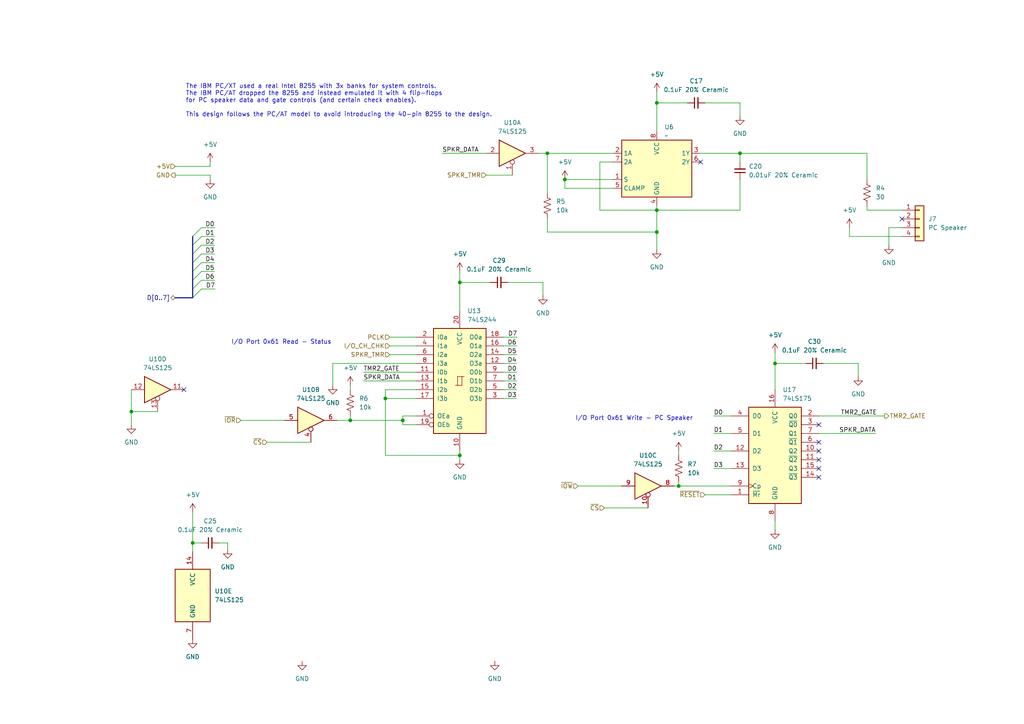
<source format=kicad_sch>
(kicad_sch
	(version 20231120)
	(generator "eeschema")
	(generator_version "8.0")
	(uuid "23eda84e-4f6d-4739-9d17-489716bdb352")
	(paper "A4")
	(lib_symbols
		(symbol "74xx:74LS125"
			(pin_names
				(offset 1.016)
			)
			(exclude_from_sim no)
			(in_bom yes)
			(on_board yes)
			(property "Reference" "U"
				(at 0 1.27 0)
				(effects
					(font
						(size 1.27 1.27)
					)
				)
			)
			(property "Value" "74LS125"
				(at 0 -1.27 0)
				(effects
					(font
						(size 1.27 1.27)
					)
				)
			)
			(property "Footprint" ""
				(at 0 0 0)
				(effects
					(font
						(size 1.27 1.27)
					)
					(hide yes)
				)
			)
			(property "Datasheet" "http://www.ti.com/lit/gpn/sn74LS125"
				(at 0 0 0)
				(effects
					(font
						(size 1.27 1.27)
					)
					(hide yes)
				)
			)
			(property "Description" "Quad buffer 3-State outputs"
				(at 0 0 0)
				(effects
					(font
						(size 1.27 1.27)
					)
					(hide yes)
				)
			)
			(property "ki_locked" ""
				(at 0 0 0)
				(effects
					(font
						(size 1.27 1.27)
					)
				)
			)
			(property "ki_keywords" "TTL buffer 3State"
				(at 0 0 0)
				(effects
					(font
						(size 1.27 1.27)
					)
					(hide yes)
				)
			)
			(property "ki_fp_filters" "DIP*W7.62mm*"
				(at 0 0 0)
				(effects
					(font
						(size 1.27 1.27)
					)
					(hide yes)
				)
			)
			(symbol "74LS125_1_0"
				(polyline
					(pts
						(xy -3.81 3.81) (xy -3.81 -3.81) (xy 3.81 0) (xy -3.81 3.81)
					)
					(stroke
						(width 0.254)
						(type default)
					)
					(fill
						(type background)
					)
				)
				(pin input inverted
					(at 0 -6.35 90)
					(length 4.445)
					(name "~"
						(effects
							(font
								(size 1.27 1.27)
							)
						)
					)
					(number "1"
						(effects
							(font
								(size 1.27 1.27)
							)
						)
					)
				)
				(pin input line
					(at -7.62 0 0)
					(length 3.81)
					(name "~"
						(effects
							(font
								(size 1.27 1.27)
							)
						)
					)
					(number "2"
						(effects
							(font
								(size 1.27 1.27)
							)
						)
					)
				)
				(pin tri_state line
					(at 7.62 0 180)
					(length 3.81)
					(name "~"
						(effects
							(font
								(size 1.27 1.27)
							)
						)
					)
					(number "3"
						(effects
							(font
								(size 1.27 1.27)
							)
						)
					)
				)
			)
			(symbol "74LS125_2_0"
				(polyline
					(pts
						(xy -3.81 3.81) (xy -3.81 -3.81) (xy 3.81 0) (xy -3.81 3.81)
					)
					(stroke
						(width 0.254)
						(type default)
					)
					(fill
						(type background)
					)
				)
				(pin input inverted
					(at 0 -6.35 90)
					(length 4.445)
					(name "~"
						(effects
							(font
								(size 1.27 1.27)
							)
						)
					)
					(number "4"
						(effects
							(font
								(size 1.27 1.27)
							)
						)
					)
				)
				(pin input line
					(at -7.62 0 0)
					(length 3.81)
					(name "~"
						(effects
							(font
								(size 1.27 1.27)
							)
						)
					)
					(number "5"
						(effects
							(font
								(size 1.27 1.27)
							)
						)
					)
				)
				(pin tri_state line
					(at 7.62 0 180)
					(length 3.81)
					(name "~"
						(effects
							(font
								(size 1.27 1.27)
							)
						)
					)
					(number "6"
						(effects
							(font
								(size 1.27 1.27)
							)
						)
					)
				)
			)
			(symbol "74LS125_3_0"
				(polyline
					(pts
						(xy -3.81 3.81) (xy -3.81 -3.81) (xy 3.81 0) (xy -3.81 3.81)
					)
					(stroke
						(width 0.254)
						(type default)
					)
					(fill
						(type background)
					)
				)
				(pin input inverted
					(at 0 -6.35 90)
					(length 4.445)
					(name "~"
						(effects
							(font
								(size 1.27 1.27)
							)
						)
					)
					(number "10"
						(effects
							(font
								(size 1.27 1.27)
							)
						)
					)
				)
				(pin tri_state line
					(at 7.62 0 180)
					(length 3.81)
					(name "~"
						(effects
							(font
								(size 1.27 1.27)
							)
						)
					)
					(number "8"
						(effects
							(font
								(size 1.27 1.27)
							)
						)
					)
				)
				(pin input line
					(at -7.62 0 0)
					(length 3.81)
					(name "~"
						(effects
							(font
								(size 1.27 1.27)
							)
						)
					)
					(number "9"
						(effects
							(font
								(size 1.27 1.27)
							)
						)
					)
				)
			)
			(symbol "74LS125_4_0"
				(polyline
					(pts
						(xy -3.81 3.81) (xy -3.81 -3.81) (xy 3.81 0) (xy -3.81 3.81)
					)
					(stroke
						(width 0.254)
						(type default)
					)
					(fill
						(type background)
					)
				)
				(pin tri_state line
					(at 7.62 0 180)
					(length 3.81)
					(name "~"
						(effects
							(font
								(size 1.27 1.27)
							)
						)
					)
					(number "11"
						(effects
							(font
								(size 1.27 1.27)
							)
						)
					)
				)
				(pin input line
					(at -7.62 0 0)
					(length 3.81)
					(name "~"
						(effects
							(font
								(size 1.27 1.27)
							)
						)
					)
					(number "12"
						(effects
							(font
								(size 1.27 1.27)
							)
						)
					)
				)
				(pin input inverted
					(at 0 -6.35 90)
					(length 4.445)
					(name "~"
						(effects
							(font
								(size 1.27 1.27)
							)
						)
					)
					(number "13"
						(effects
							(font
								(size 1.27 1.27)
							)
						)
					)
				)
			)
			(symbol "74LS125_5_0"
				(pin power_in line
					(at 0 12.7 270)
					(length 5.08)
					(name "VCC"
						(effects
							(font
								(size 1.27 1.27)
							)
						)
					)
					(number "14"
						(effects
							(font
								(size 1.27 1.27)
							)
						)
					)
				)
				(pin power_in line
					(at 0 -12.7 90)
					(length 5.08)
					(name "GND"
						(effects
							(font
								(size 1.27 1.27)
							)
						)
					)
					(number "7"
						(effects
							(font
								(size 1.27 1.27)
							)
						)
					)
				)
			)
			(symbol "74LS125_5_1"
				(rectangle
					(start -5.08 7.62)
					(end 5.08 -7.62)
					(stroke
						(width 0.254)
						(type default)
					)
					(fill
						(type background)
					)
				)
			)
		)
		(symbol "74xx:74LS175"
			(pin_names
				(offset 1.016)
			)
			(exclude_from_sim no)
			(in_bom yes)
			(on_board yes)
			(property "Reference" "U"
				(at -7.62 13.97 0)
				(effects
					(font
						(size 1.27 1.27)
					)
				)
			)
			(property "Value" "74LS175"
				(at -7.62 -16.51 0)
				(effects
					(font
						(size 1.27 1.27)
					)
				)
			)
			(property "Footprint" ""
				(at 0 0 0)
				(effects
					(font
						(size 1.27 1.27)
					)
					(hide yes)
				)
			)
			(property "Datasheet" "http://www.ti.com/lit/gpn/sn74LS175"
				(at 0 0 0)
				(effects
					(font
						(size 1.27 1.27)
					)
					(hide yes)
				)
			)
			(property "Description" "4-bit D Flip-Flop, reset"
				(at 0 0 0)
				(effects
					(font
						(size 1.27 1.27)
					)
					(hide yes)
				)
			)
			(property "ki_locked" ""
				(at 0 0 0)
				(effects
					(font
						(size 1.27 1.27)
					)
				)
			)
			(property "ki_keywords" "TTL REG REG4 DFF"
				(at 0 0 0)
				(effects
					(font
						(size 1.27 1.27)
					)
					(hide yes)
				)
			)
			(property "ki_fp_filters" "DIP?16*"
				(at 0 0 0)
				(effects
					(font
						(size 1.27 1.27)
					)
					(hide yes)
				)
			)
			(symbol "74LS175_1_0"
				(pin input line
					(at -12.7 -12.7 0)
					(length 5.08)
					(name "~{Mr}"
						(effects
							(font
								(size 1.27 1.27)
							)
						)
					)
					(number "1"
						(effects
							(font
								(size 1.27 1.27)
							)
						)
					)
				)
				(pin output line
					(at 12.7 0 180)
					(length 5.08)
					(name "Q2"
						(effects
							(font
								(size 1.27 1.27)
							)
						)
					)
					(number "10"
						(effects
							(font
								(size 1.27 1.27)
							)
						)
					)
				)
				(pin output line
					(at 12.7 -2.54 180)
					(length 5.08)
					(name "~{Q2}"
						(effects
							(font
								(size 1.27 1.27)
							)
						)
					)
					(number "11"
						(effects
							(font
								(size 1.27 1.27)
							)
						)
					)
				)
				(pin input line
					(at -12.7 0 0)
					(length 5.08)
					(name "D2"
						(effects
							(font
								(size 1.27 1.27)
							)
						)
					)
					(number "12"
						(effects
							(font
								(size 1.27 1.27)
							)
						)
					)
				)
				(pin input line
					(at -12.7 -5.08 0)
					(length 5.08)
					(name "D3"
						(effects
							(font
								(size 1.27 1.27)
							)
						)
					)
					(number "13"
						(effects
							(font
								(size 1.27 1.27)
							)
						)
					)
				)
				(pin output line
					(at 12.7 -7.62 180)
					(length 5.08)
					(name "~{Q3}"
						(effects
							(font
								(size 1.27 1.27)
							)
						)
					)
					(number "14"
						(effects
							(font
								(size 1.27 1.27)
							)
						)
					)
				)
				(pin output line
					(at 12.7 -5.08 180)
					(length 5.08)
					(name "Q3"
						(effects
							(font
								(size 1.27 1.27)
							)
						)
					)
					(number "15"
						(effects
							(font
								(size 1.27 1.27)
							)
						)
					)
				)
				(pin power_in line
					(at 0 17.78 270)
					(length 5.08)
					(name "VCC"
						(effects
							(font
								(size 1.27 1.27)
							)
						)
					)
					(number "16"
						(effects
							(font
								(size 1.27 1.27)
							)
						)
					)
				)
				(pin output line
					(at 12.7 10.16 180)
					(length 5.08)
					(name "Q0"
						(effects
							(font
								(size 1.27 1.27)
							)
						)
					)
					(number "2"
						(effects
							(font
								(size 1.27 1.27)
							)
						)
					)
				)
				(pin output line
					(at 12.7 7.62 180)
					(length 5.08)
					(name "~{Q0}"
						(effects
							(font
								(size 1.27 1.27)
							)
						)
					)
					(number "3"
						(effects
							(font
								(size 1.27 1.27)
							)
						)
					)
				)
				(pin input line
					(at -12.7 10.16 0)
					(length 5.08)
					(name "D0"
						(effects
							(font
								(size 1.27 1.27)
							)
						)
					)
					(number "4"
						(effects
							(font
								(size 1.27 1.27)
							)
						)
					)
				)
				(pin input line
					(at -12.7 5.08 0)
					(length 5.08)
					(name "D1"
						(effects
							(font
								(size 1.27 1.27)
							)
						)
					)
					(number "5"
						(effects
							(font
								(size 1.27 1.27)
							)
						)
					)
				)
				(pin output line
					(at 12.7 2.54 180)
					(length 5.08)
					(name "~{Q1}"
						(effects
							(font
								(size 1.27 1.27)
							)
						)
					)
					(number "6"
						(effects
							(font
								(size 1.27 1.27)
							)
						)
					)
				)
				(pin output line
					(at 12.7 5.08 180)
					(length 5.08)
					(name "Q1"
						(effects
							(font
								(size 1.27 1.27)
							)
						)
					)
					(number "7"
						(effects
							(font
								(size 1.27 1.27)
							)
						)
					)
				)
				(pin power_in line
					(at 0 -20.32 90)
					(length 5.08)
					(name "GND"
						(effects
							(font
								(size 1.27 1.27)
							)
						)
					)
					(number "8"
						(effects
							(font
								(size 1.27 1.27)
							)
						)
					)
				)
				(pin input clock
					(at -12.7 -10.16 0)
					(length 5.08)
					(name "Cp"
						(effects
							(font
								(size 1.27 1.27)
							)
						)
					)
					(number "9"
						(effects
							(font
								(size 1.27 1.27)
							)
						)
					)
				)
			)
			(symbol "74LS175_1_1"
				(rectangle
					(start -7.62 12.7)
					(end 7.62 -15.24)
					(stroke
						(width 0.254)
						(type default)
					)
					(fill
						(type background)
					)
				)
			)
		)
		(symbol "74xx:74LS244"
			(pin_names
				(offset 1.016)
			)
			(exclude_from_sim no)
			(in_bom yes)
			(on_board yes)
			(property "Reference" "U"
				(at -7.62 16.51 0)
				(effects
					(font
						(size 1.27 1.27)
					)
				)
			)
			(property "Value" "74LS244"
				(at -7.62 -16.51 0)
				(effects
					(font
						(size 1.27 1.27)
					)
				)
			)
			(property "Footprint" ""
				(at 0 0 0)
				(effects
					(font
						(size 1.27 1.27)
					)
					(hide yes)
				)
			)
			(property "Datasheet" "http://www.ti.com/lit/ds/symlink/sn74ls244.pdf"
				(at 0 0 0)
				(effects
					(font
						(size 1.27 1.27)
					)
					(hide yes)
				)
			)
			(property "Description" "Octal Buffer and Line Driver With 3-State Output, active-low enables, non-inverting outputs"
				(at 0 0 0)
				(effects
					(font
						(size 1.27 1.27)
					)
					(hide yes)
				)
			)
			(property "ki_keywords" "7400 logic ttl low power schottky"
				(at 0 0 0)
				(effects
					(font
						(size 1.27 1.27)
					)
					(hide yes)
				)
			)
			(property "ki_fp_filters" "DIP?20*"
				(at 0 0 0)
				(effects
					(font
						(size 1.27 1.27)
					)
					(hide yes)
				)
			)
			(symbol "74LS244_1_0"
				(polyline
					(pts
						(xy -0.635 -1.27) (xy -0.635 1.27) (xy 0.635 1.27)
					)
					(stroke
						(width 0)
						(type default)
					)
					(fill
						(type none)
					)
				)
				(polyline
					(pts
						(xy -1.27 -1.27) (xy 0.635 -1.27) (xy 0.635 1.27) (xy 1.27 1.27)
					)
					(stroke
						(width 0)
						(type default)
					)
					(fill
						(type none)
					)
				)
				(pin input inverted
					(at -12.7 -10.16 0)
					(length 5.08)
					(name "OEa"
						(effects
							(font
								(size 1.27 1.27)
							)
						)
					)
					(number "1"
						(effects
							(font
								(size 1.27 1.27)
							)
						)
					)
				)
				(pin power_in line
					(at 0 -20.32 90)
					(length 5.08)
					(name "GND"
						(effects
							(font
								(size 1.27 1.27)
							)
						)
					)
					(number "10"
						(effects
							(font
								(size 1.27 1.27)
							)
						)
					)
				)
				(pin input line
					(at -12.7 2.54 0)
					(length 5.08)
					(name "I0b"
						(effects
							(font
								(size 1.27 1.27)
							)
						)
					)
					(number "11"
						(effects
							(font
								(size 1.27 1.27)
							)
						)
					)
				)
				(pin tri_state line
					(at 12.7 5.08 180)
					(length 5.08)
					(name "O3a"
						(effects
							(font
								(size 1.27 1.27)
							)
						)
					)
					(number "12"
						(effects
							(font
								(size 1.27 1.27)
							)
						)
					)
				)
				(pin input line
					(at -12.7 0 0)
					(length 5.08)
					(name "I1b"
						(effects
							(font
								(size 1.27 1.27)
							)
						)
					)
					(number "13"
						(effects
							(font
								(size 1.27 1.27)
							)
						)
					)
				)
				(pin tri_state line
					(at 12.7 7.62 180)
					(length 5.08)
					(name "O2a"
						(effects
							(font
								(size 1.27 1.27)
							)
						)
					)
					(number "14"
						(effects
							(font
								(size 1.27 1.27)
							)
						)
					)
				)
				(pin input line
					(at -12.7 -2.54 0)
					(length 5.08)
					(name "I2b"
						(effects
							(font
								(size 1.27 1.27)
							)
						)
					)
					(number "15"
						(effects
							(font
								(size 1.27 1.27)
							)
						)
					)
				)
				(pin tri_state line
					(at 12.7 10.16 180)
					(length 5.08)
					(name "O1a"
						(effects
							(font
								(size 1.27 1.27)
							)
						)
					)
					(number "16"
						(effects
							(font
								(size 1.27 1.27)
							)
						)
					)
				)
				(pin input line
					(at -12.7 -5.08 0)
					(length 5.08)
					(name "I3b"
						(effects
							(font
								(size 1.27 1.27)
							)
						)
					)
					(number "17"
						(effects
							(font
								(size 1.27 1.27)
							)
						)
					)
				)
				(pin tri_state line
					(at 12.7 12.7 180)
					(length 5.08)
					(name "O0a"
						(effects
							(font
								(size 1.27 1.27)
							)
						)
					)
					(number "18"
						(effects
							(font
								(size 1.27 1.27)
							)
						)
					)
				)
				(pin input inverted
					(at -12.7 -12.7 0)
					(length 5.08)
					(name "OEb"
						(effects
							(font
								(size 1.27 1.27)
							)
						)
					)
					(number "19"
						(effects
							(font
								(size 1.27 1.27)
							)
						)
					)
				)
				(pin input line
					(at -12.7 12.7 0)
					(length 5.08)
					(name "I0a"
						(effects
							(font
								(size 1.27 1.27)
							)
						)
					)
					(number "2"
						(effects
							(font
								(size 1.27 1.27)
							)
						)
					)
				)
				(pin power_in line
					(at 0 20.32 270)
					(length 5.08)
					(name "VCC"
						(effects
							(font
								(size 1.27 1.27)
							)
						)
					)
					(number "20"
						(effects
							(font
								(size 1.27 1.27)
							)
						)
					)
				)
				(pin tri_state line
					(at 12.7 -5.08 180)
					(length 5.08)
					(name "O3b"
						(effects
							(font
								(size 1.27 1.27)
							)
						)
					)
					(number "3"
						(effects
							(font
								(size 1.27 1.27)
							)
						)
					)
				)
				(pin input line
					(at -12.7 10.16 0)
					(length 5.08)
					(name "I1a"
						(effects
							(font
								(size 1.27 1.27)
							)
						)
					)
					(number "4"
						(effects
							(font
								(size 1.27 1.27)
							)
						)
					)
				)
				(pin tri_state line
					(at 12.7 -2.54 180)
					(length 5.08)
					(name "O2b"
						(effects
							(font
								(size 1.27 1.27)
							)
						)
					)
					(number "5"
						(effects
							(font
								(size 1.27 1.27)
							)
						)
					)
				)
				(pin input line
					(at -12.7 7.62 0)
					(length 5.08)
					(name "I2a"
						(effects
							(font
								(size 1.27 1.27)
							)
						)
					)
					(number "6"
						(effects
							(font
								(size 1.27 1.27)
							)
						)
					)
				)
				(pin tri_state line
					(at 12.7 0 180)
					(length 5.08)
					(name "O1b"
						(effects
							(font
								(size 1.27 1.27)
							)
						)
					)
					(number "7"
						(effects
							(font
								(size 1.27 1.27)
							)
						)
					)
				)
				(pin input line
					(at -12.7 5.08 0)
					(length 5.08)
					(name "I3a"
						(effects
							(font
								(size 1.27 1.27)
							)
						)
					)
					(number "8"
						(effects
							(font
								(size 1.27 1.27)
							)
						)
					)
				)
				(pin tri_state line
					(at 12.7 2.54 180)
					(length 5.08)
					(name "O0b"
						(effects
							(font
								(size 1.27 1.27)
							)
						)
					)
					(number "9"
						(effects
							(font
								(size 1.27 1.27)
							)
						)
					)
				)
			)
			(symbol "74LS244_1_1"
				(rectangle
					(start -7.62 15.24)
					(end 7.62 -15.24)
					(stroke
						(width 0.254)
						(type default)
					)
					(fill
						(type background)
					)
				)
			)
		)
		(symbol "Connector_Generic:Conn_01x04"
			(pin_names
				(offset 1.016) hide)
			(exclude_from_sim no)
			(in_bom yes)
			(on_board yes)
			(property "Reference" "J"
				(at 0 5.08 0)
				(effects
					(font
						(size 1.27 1.27)
					)
				)
			)
			(property "Value" "Conn_01x04"
				(at 0 -7.62 0)
				(effects
					(font
						(size 1.27 1.27)
					)
				)
			)
			(property "Footprint" ""
				(at 0 0 0)
				(effects
					(font
						(size 1.27 1.27)
					)
					(hide yes)
				)
			)
			(property "Datasheet" "~"
				(at 0 0 0)
				(effects
					(font
						(size 1.27 1.27)
					)
					(hide yes)
				)
			)
			(property "Description" "Generic connector, single row, 01x04, script generated (kicad-library-utils/schlib/autogen/connector/)"
				(at 0 0 0)
				(effects
					(font
						(size 1.27 1.27)
					)
					(hide yes)
				)
			)
			(property "ki_keywords" "connector"
				(at 0 0 0)
				(effects
					(font
						(size 1.27 1.27)
					)
					(hide yes)
				)
			)
			(property "ki_fp_filters" "Connector*:*_1x??_*"
				(at 0 0 0)
				(effects
					(font
						(size 1.27 1.27)
					)
					(hide yes)
				)
			)
			(symbol "Conn_01x04_1_1"
				(rectangle
					(start -1.27 -4.953)
					(end 0 -5.207)
					(stroke
						(width 0.1524)
						(type default)
					)
					(fill
						(type none)
					)
				)
				(rectangle
					(start -1.27 -2.413)
					(end 0 -2.667)
					(stroke
						(width 0.1524)
						(type default)
					)
					(fill
						(type none)
					)
				)
				(rectangle
					(start -1.27 0.127)
					(end 0 -0.127)
					(stroke
						(width 0.1524)
						(type default)
					)
					(fill
						(type none)
					)
				)
				(rectangle
					(start -1.27 2.667)
					(end 0 2.413)
					(stroke
						(width 0.1524)
						(type default)
					)
					(fill
						(type none)
					)
				)
				(rectangle
					(start -1.27 3.81)
					(end 1.27 -6.35)
					(stroke
						(width 0.254)
						(type default)
					)
					(fill
						(type background)
					)
				)
				(pin passive line
					(at -5.08 2.54 0)
					(length 3.81)
					(name "Pin_1"
						(effects
							(font
								(size 1.27 1.27)
							)
						)
					)
					(number "1"
						(effects
							(font
								(size 1.27 1.27)
							)
						)
					)
				)
				(pin passive line
					(at -5.08 0 0)
					(length 3.81)
					(name "Pin_2"
						(effects
							(font
								(size 1.27 1.27)
							)
						)
					)
					(number "2"
						(effects
							(font
								(size 1.27 1.27)
							)
						)
					)
				)
				(pin passive line
					(at -5.08 -2.54 0)
					(length 3.81)
					(name "Pin_3"
						(effects
							(font
								(size 1.27 1.27)
							)
						)
					)
					(number "3"
						(effects
							(font
								(size 1.27 1.27)
							)
						)
					)
				)
				(pin passive line
					(at -5.08 -5.08 0)
					(length 3.81)
					(name "Pin_4"
						(effects
							(font
								(size 1.27 1.27)
							)
						)
					)
					(number "4"
						(effects
							(font
								(size 1.27 1.27)
							)
						)
					)
				)
			)
		)
		(symbol "Custom:75477"
			(exclude_from_sim no)
			(in_bom yes)
			(on_board yes)
			(property "Reference" "U"
				(at 3.048 0.762 0)
				(effects
					(font
						(size 1.27 1.27)
					)
				)
			)
			(property "Value" ""
				(at 33.02 -1.27 0)
				(effects
					(font
						(size 1.27 1.27)
					)
				)
			)
			(property "Footprint" "Package_DIP:DIP-8_W7.62mm_Socket"
				(at 33.02 -1.27 0)
				(effects
					(font
						(size 1.27 1.27)
					)
					(hide yes)
				)
			)
			(property "Datasheet" ""
				(at 33.02 -1.27 0)
				(effects
					(font
						(size 1.27 1.27)
					)
					(hide yes)
				)
			)
			(property "Description" ""
				(at 33.02 -1.27 0)
				(effects
					(font
						(size 1.27 1.27)
					)
					(hide yes)
				)
			)
			(symbol "75477_0_0"
				(pin input line
					(at -12.7 -12.7 0)
					(length 2.54)
					(name "S"
						(effects
							(font
								(size 1.27 1.27)
							)
						)
					)
					(number "1"
						(effects
							(font
								(size 1.27 1.27)
							)
						)
					)
				)
				(pin input line
					(at -12.7 -5.08 0)
					(length 2.54)
					(name "1A"
						(effects
							(font
								(size 1.27 1.27)
							)
						)
					)
					(number "2"
						(effects
							(font
								(size 1.27 1.27)
							)
						)
					)
				)
				(pin output line
					(at 12.7 -5.08 180)
					(length 2.54)
					(name "1Y"
						(effects
							(font
								(size 1.27 1.27)
							)
						)
					)
					(number "3"
						(effects
							(font
								(size 1.27 1.27)
							)
						)
					)
				)
				(pin power_in line
					(at 0 -20.32 90)
					(length 2.54)
					(name "GND"
						(effects
							(font
								(size 1.27 1.27)
							)
						)
					)
					(number "4"
						(effects
							(font
								(size 1.27 1.27)
							)
						)
					)
				)
				(pin input line
					(at -12.7 -15.24 0)
					(length 2.54)
					(name "CLAMP"
						(effects
							(font
								(size 1.27 1.27)
							)
						)
					)
					(number "5"
						(effects
							(font
								(size 1.27 1.27)
							)
						)
					)
				)
				(pin output line
					(at 12.7 -7.62 180)
					(length 2.54)
					(name "2Y"
						(effects
							(font
								(size 1.27 1.27)
							)
						)
					)
					(number "6"
						(effects
							(font
								(size 1.27 1.27)
							)
						)
					)
				)
				(pin input line
					(at -12.7 -7.62 0)
					(length 2.54)
					(name "2A"
						(effects
							(font
								(size 1.27 1.27)
							)
						)
					)
					(number "7"
						(effects
							(font
								(size 1.27 1.27)
							)
						)
					)
				)
				(pin power_in line
					(at 0 1.27 270)
					(length 2.54)
					(name "VCC"
						(effects
							(font
								(size 1.27 1.27)
							)
						)
					)
					(number "8"
						(effects
							(font
								(size 1.27 1.27)
							)
						)
					)
				)
			)
			(symbol "75477_0_1"
				(rectangle
					(start -10.16 -1.27)
					(end 10.16 -17.78)
					(stroke
						(width 0.254)
						(type default)
					)
					(fill
						(type background)
					)
				)
			)
		)
		(symbol "Device:C_Small"
			(pin_numbers hide)
			(pin_names
				(offset 0.254) hide)
			(exclude_from_sim no)
			(in_bom yes)
			(on_board yes)
			(property "Reference" "C"
				(at 0.254 1.778 0)
				(effects
					(font
						(size 1.27 1.27)
					)
					(justify left)
				)
			)
			(property "Value" "C_Small"
				(at 0.254 -2.032 0)
				(effects
					(font
						(size 1.27 1.27)
					)
					(justify left)
				)
			)
			(property "Footprint" ""
				(at 0 0 0)
				(effects
					(font
						(size 1.27 1.27)
					)
					(hide yes)
				)
			)
			(property "Datasheet" "~"
				(at 0 0 0)
				(effects
					(font
						(size 1.27 1.27)
					)
					(hide yes)
				)
			)
			(property "Description" "Unpolarized capacitor, small symbol"
				(at 0 0 0)
				(effects
					(font
						(size 1.27 1.27)
					)
					(hide yes)
				)
			)
			(property "ki_keywords" "capacitor cap"
				(at 0 0 0)
				(effects
					(font
						(size 1.27 1.27)
					)
					(hide yes)
				)
			)
			(property "ki_fp_filters" "C_*"
				(at 0 0 0)
				(effects
					(font
						(size 1.27 1.27)
					)
					(hide yes)
				)
			)
			(symbol "C_Small_0_1"
				(polyline
					(pts
						(xy -1.524 -0.508) (xy 1.524 -0.508)
					)
					(stroke
						(width 0.3302)
						(type default)
					)
					(fill
						(type none)
					)
				)
				(polyline
					(pts
						(xy -1.524 0.508) (xy 1.524 0.508)
					)
					(stroke
						(width 0.3048)
						(type default)
					)
					(fill
						(type none)
					)
				)
			)
			(symbol "C_Small_1_1"
				(pin passive line
					(at 0 2.54 270)
					(length 2.032)
					(name "~"
						(effects
							(font
								(size 1.27 1.27)
							)
						)
					)
					(number "1"
						(effects
							(font
								(size 1.27 1.27)
							)
						)
					)
				)
				(pin passive line
					(at 0 -2.54 90)
					(length 2.032)
					(name "~"
						(effects
							(font
								(size 1.27 1.27)
							)
						)
					)
					(number "2"
						(effects
							(font
								(size 1.27 1.27)
							)
						)
					)
				)
			)
		)
		(symbol "Device:R_US"
			(pin_numbers hide)
			(pin_names
				(offset 0)
			)
			(exclude_from_sim no)
			(in_bom yes)
			(on_board yes)
			(property "Reference" "R"
				(at 2.54 0 90)
				(effects
					(font
						(size 1.27 1.27)
					)
				)
			)
			(property "Value" "R_US"
				(at -2.54 0 90)
				(effects
					(font
						(size 1.27 1.27)
					)
				)
			)
			(property "Footprint" ""
				(at 1.016 -0.254 90)
				(effects
					(font
						(size 1.27 1.27)
					)
					(hide yes)
				)
			)
			(property "Datasheet" "~"
				(at 0 0 0)
				(effects
					(font
						(size 1.27 1.27)
					)
					(hide yes)
				)
			)
			(property "Description" "Resistor, US symbol"
				(at 0 0 0)
				(effects
					(font
						(size 1.27 1.27)
					)
					(hide yes)
				)
			)
			(property "ki_keywords" "R res resistor"
				(at 0 0 0)
				(effects
					(font
						(size 1.27 1.27)
					)
					(hide yes)
				)
			)
			(property "ki_fp_filters" "R_*"
				(at 0 0 0)
				(effects
					(font
						(size 1.27 1.27)
					)
					(hide yes)
				)
			)
			(symbol "R_US_0_1"
				(polyline
					(pts
						(xy 0 -2.286) (xy 0 -2.54)
					)
					(stroke
						(width 0)
						(type default)
					)
					(fill
						(type none)
					)
				)
				(polyline
					(pts
						(xy 0 2.286) (xy 0 2.54)
					)
					(stroke
						(width 0)
						(type default)
					)
					(fill
						(type none)
					)
				)
				(polyline
					(pts
						(xy 0 -0.762) (xy 1.016 -1.143) (xy 0 -1.524) (xy -1.016 -1.905) (xy 0 -2.286)
					)
					(stroke
						(width 0)
						(type default)
					)
					(fill
						(type none)
					)
				)
				(polyline
					(pts
						(xy 0 0.762) (xy 1.016 0.381) (xy 0 0) (xy -1.016 -0.381) (xy 0 -0.762)
					)
					(stroke
						(width 0)
						(type default)
					)
					(fill
						(type none)
					)
				)
				(polyline
					(pts
						(xy 0 2.286) (xy 1.016 1.905) (xy 0 1.524) (xy -1.016 1.143) (xy 0 0.762)
					)
					(stroke
						(width 0)
						(type default)
					)
					(fill
						(type none)
					)
				)
			)
			(symbol "R_US_1_1"
				(pin passive line
					(at 0 3.81 270)
					(length 1.27)
					(name "~"
						(effects
							(font
								(size 1.27 1.27)
							)
						)
					)
					(number "1"
						(effects
							(font
								(size 1.27 1.27)
							)
						)
					)
				)
				(pin passive line
					(at 0 -3.81 90)
					(length 1.27)
					(name "~"
						(effects
							(font
								(size 1.27 1.27)
							)
						)
					)
					(number "2"
						(effects
							(font
								(size 1.27 1.27)
							)
						)
					)
				)
			)
		)
		(symbol "power:+5V"
			(power)
			(pin_names
				(offset 0)
			)
			(exclude_from_sim no)
			(in_bom yes)
			(on_board yes)
			(property "Reference" "#PWR"
				(at 0 -3.81 0)
				(effects
					(font
						(size 1.27 1.27)
					)
					(hide yes)
				)
			)
			(property "Value" "+5V"
				(at 0 3.556 0)
				(effects
					(font
						(size 1.27 1.27)
					)
				)
			)
			(property "Footprint" ""
				(at 0 0 0)
				(effects
					(font
						(size 1.27 1.27)
					)
					(hide yes)
				)
			)
			(property "Datasheet" ""
				(at 0 0 0)
				(effects
					(font
						(size 1.27 1.27)
					)
					(hide yes)
				)
			)
			(property "Description" "Power symbol creates a global label with name \"+5V\""
				(at 0 0 0)
				(effects
					(font
						(size 1.27 1.27)
					)
					(hide yes)
				)
			)
			(property "ki_keywords" "global power"
				(at 0 0 0)
				(effects
					(font
						(size 1.27 1.27)
					)
					(hide yes)
				)
			)
			(symbol "+5V_0_1"
				(polyline
					(pts
						(xy -0.762 1.27) (xy 0 2.54)
					)
					(stroke
						(width 0)
						(type default)
					)
					(fill
						(type none)
					)
				)
				(polyline
					(pts
						(xy 0 0) (xy 0 2.54)
					)
					(stroke
						(width 0)
						(type default)
					)
					(fill
						(type none)
					)
				)
				(polyline
					(pts
						(xy 0 2.54) (xy 0.762 1.27)
					)
					(stroke
						(width 0)
						(type default)
					)
					(fill
						(type none)
					)
				)
			)
			(symbol "+5V_1_1"
				(pin power_in line
					(at 0 0 90)
					(length 0) hide
					(name "+5V"
						(effects
							(font
								(size 1.27 1.27)
							)
						)
					)
					(number "1"
						(effects
							(font
								(size 1.27 1.27)
							)
						)
					)
				)
			)
		)
		(symbol "power:GND"
			(power)
			(pin_names
				(offset 0)
			)
			(exclude_from_sim no)
			(in_bom yes)
			(on_board yes)
			(property "Reference" "#PWR"
				(at 0 -6.35 0)
				(effects
					(font
						(size 1.27 1.27)
					)
					(hide yes)
				)
			)
			(property "Value" "GND"
				(at 0 -3.81 0)
				(effects
					(font
						(size 1.27 1.27)
					)
				)
			)
			(property "Footprint" ""
				(at 0 0 0)
				(effects
					(font
						(size 1.27 1.27)
					)
					(hide yes)
				)
			)
			(property "Datasheet" ""
				(at 0 0 0)
				(effects
					(font
						(size 1.27 1.27)
					)
					(hide yes)
				)
			)
			(property "Description" "Power symbol creates a global label with name \"GND\" , ground"
				(at 0 0 0)
				(effects
					(font
						(size 1.27 1.27)
					)
					(hide yes)
				)
			)
			(property "ki_keywords" "global power"
				(at 0 0 0)
				(effects
					(font
						(size 1.27 1.27)
					)
					(hide yes)
				)
			)
			(symbol "GND_0_1"
				(polyline
					(pts
						(xy 0 0) (xy 0 -1.27) (xy 1.27 -1.27) (xy 0 -2.54) (xy -1.27 -1.27) (xy 0 -1.27)
					)
					(stroke
						(width 0)
						(type default)
					)
					(fill
						(type none)
					)
				)
			)
			(symbol "GND_1_1"
				(pin power_in line
					(at 0 0 270)
					(length 0) hide
					(name "GND"
						(effects
							(font
								(size 1.27 1.27)
							)
						)
					)
					(number "1"
						(effects
							(font
								(size 1.27 1.27)
							)
						)
					)
				)
			)
		)
	)
	(junction
		(at 101.6 121.92)
		(diameter 0)
		(color 0 0 0 0)
		(uuid "1592b63c-f63a-40f1-8811-9da2f8783aae")
	)
	(junction
		(at 224.79 105.41)
		(diameter 0)
		(color 0 0 0 0)
		(uuid "1edf2d96-cc8c-4f48-b9be-69ef145898fc")
	)
	(junction
		(at 214.63 44.45)
		(diameter 0)
		(color 0 0 0 0)
		(uuid "301b085d-bda6-4a4f-888f-3d9aef05c3d6")
	)
	(junction
		(at 163.83 52.07)
		(diameter 0)
		(color 0 0 0 0)
		(uuid "4e6aff38-8f4e-4cde-bf3e-166af56beab0")
	)
	(junction
		(at 55.88 157.48)
		(diameter 0)
		(color 0 0 0 0)
		(uuid "6f7dc2ed-f1a0-4ac7-8263-58d456644ebc")
	)
	(junction
		(at 190.5 60.96)
		(diameter 0)
		(color 0 0 0 0)
		(uuid "821e02e2-c09e-4311-a95c-b46db685bb05")
	)
	(junction
		(at 133.35 81.915)
		(diameter 0)
		(color 0 0 0 0)
		(uuid "98a180e6-2381-4d49-b842-9a2b85bfe349")
	)
	(junction
		(at 111.76 115.57)
		(diameter 0)
		(color 0 0 0 0)
		(uuid "a2fe89b7-c668-4d1a-bb35-184793dec1b8")
	)
	(junction
		(at 116.84 121.92)
		(diameter 0)
		(color 0 0 0 0)
		(uuid "a6e6b725-01a3-41fa-8031-7947aaeec924")
	)
	(junction
		(at 196.85 140.97)
		(diameter 0)
		(color 0 0 0 0)
		(uuid "b13c8203-1b46-4500-b204-3f323a3a405a")
	)
	(junction
		(at 38.1 119.38)
		(diameter 0)
		(color 0 0 0 0)
		(uuid "c30a5e83-2289-4049-8391-ff5f5c8fe72b")
	)
	(junction
		(at 190.5 29.845)
		(diameter 0)
		(color 0 0 0 0)
		(uuid "cd3c7143-3ccf-44bb-80db-80bdee4568ec")
	)
	(junction
		(at 190.5 67.31)
		(diameter 0)
		(color 0 0 0 0)
		(uuid "e6ae6765-b542-45f9-8a1f-51cec660560e")
	)
	(junction
		(at 133.35 132.08)
		(diameter 0)
		(color 0 0 0 0)
		(uuid "e78e0009-65e6-4154-b129-4bb089694ebb")
	)
	(junction
		(at 158.75 44.45)
		(diameter 0)
		(color 0 0 0 0)
		(uuid "e8eb223e-15d4-4dea-89c2-a3e35346f3e3")
	)
	(no_connect
		(at 261.62 63.5)
		(uuid "0b92dbf5-2a7e-46bf-b417-a8222d0c425e")
	)
	(no_connect
		(at 237.49 123.19)
		(uuid "15db3b58-6a11-4365-8323-7f2ef28a0401")
	)
	(no_connect
		(at 53.34 113.03)
		(uuid "4ed6e90f-1b84-4fac-8aaf-a4557e3383d7")
	)
	(no_connect
		(at 237.49 138.43)
		(uuid "8da9f026-71fd-4de3-988e-8ae5377f78a2")
	)
	(no_connect
		(at 237.49 135.89)
		(uuid "9500e953-cd80-47a5-a335-2cfd283c55ed")
	)
	(no_connect
		(at 203.2 46.99)
		(uuid "a1a77803-1cb4-4558-b0dd-d44798a0d831")
	)
	(no_connect
		(at 237.49 133.35)
		(uuid "a7a3cff7-02f7-47da-b758-dab50ebeb55e")
	)
	(no_connect
		(at 237.49 128.27)
		(uuid "ca289571-c3dc-4463-8210-62117ff49946")
	)
	(no_connect
		(at 237.49 130.81)
		(uuid "ede00a92-5dee-4038-aa95-30edc763400d")
	)
	(bus_entry
		(at 58.42 68.58)
		(size -2.54 2.54)
		(stroke
			(width 0)
			(type default)
		)
		(uuid "2a6b9790-1289-4857-a489-cb7b33b29860")
	)
	(bus_entry
		(at 58.42 71.12)
		(size -2.54 2.54)
		(stroke
			(width 0)
			(type default)
		)
		(uuid "2f3a52e3-bb0a-49ec-8802-6fd15f3d7684")
	)
	(bus_entry
		(at 58.42 73.66)
		(size -2.54 2.54)
		(stroke
			(width 0)
			(type default)
		)
		(uuid "62a7eeab-c3d9-4de3-aba3-c4511aadcab4")
	)
	(bus_entry
		(at 58.42 66.04)
		(size -2.54 2.54)
		(stroke
			(width 0)
			(type default)
		)
		(uuid "635d7b46-f67b-4667-b3f4-b06c166550cb")
	)
	(bus_entry
		(at 58.42 76.2)
		(size -2.54 2.54)
		(stroke
			(width 0)
			(type default)
		)
		(uuid "82a8e919-24c0-4080-a5ed-fefcc7a60ea1")
	)
	(bus_entry
		(at 58.42 83.82)
		(size -2.54 2.54)
		(stroke
			(width 0)
			(type default)
		)
		(uuid "a3233209-7847-46e7-b8eb-22eab974361a")
	)
	(bus_entry
		(at 58.42 81.28)
		(size -2.54 2.54)
		(stroke
			(width 0)
			(type default)
		)
		(uuid "e03297f6-7999-4ad9-b054-ebe3b43f067c")
	)
	(bus_entry
		(at 58.42 78.74)
		(size -2.54 2.54)
		(stroke
			(width 0)
			(type default)
		)
		(uuid "ed734d52-6b18-4b88-b019-4ddd6cb90acb")
	)
	(wire
		(pts
			(xy 58.42 78.74) (xy 62.23 78.74)
		)
		(stroke
			(width 0)
			(type default)
		)
		(uuid "038938ca-93a7-441d-87a4-869bf6501ddf")
	)
	(wire
		(pts
			(xy 248.92 105.41) (xy 248.92 109.22)
		)
		(stroke
			(width 0)
			(type default)
		)
		(uuid "04783263-0d6d-4d6e-8203-d7fa949ad673")
	)
	(wire
		(pts
			(xy 50.8 50.8) (xy 60.96 50.8)
		)
		(stroke
			(width 0)
			(type default)
		)
		(uuid "0714f037-4593-4524-9d0b-e6c66dfd2762")
	)
	(bus
		(pts
			(xy 55.88 73.66) (xy 55.88 76.2)
		)
		(stroke
			(width 0)
			(type default)
		)
		(uuid "0a17935f-20ba-45d2-bf1b-be0be8d3b460")
	)
	(wire
		(pts
			(xy 58.42 83.82) (xy 62.3779 83.82)
		)
		(stroke
			(width 0)
			(type default)
		)
		(uuid "0cfea2e9-461a-4374-97fd-305a2a8e6c3c")
	)
	(wire
		(pts
			(xy 207.01 130.81) (xy 212.09 130.81)
		)
		(stroke
			(width 0)
			(type default)
		)
		(uuid "0dbe0a86-c66d-4aad-b7e3-00b5f7b6fa85")
	)
	(wire
		(pts
			(xy 190.5 60.96) (xy 214.63 60.96)
		)
		(stroke
			(width 0)
			(type default)
		)
		(uuid "0e46f65c-98b7-410d-8a8e-2412fea721b7")
	)
	(wire
		(pts
			(xy 146.05 110.49) (xy 149.86 110.49)
		)
		(stroke
			(width 0)
			(type default)
		)
		(uuid "0e4a5da5-c987-4aee-bcf6-c04456ca96ba")
	)
	(wire
		(pts
			(xy 254 125.73) (xy 237.49 125.73)
		)
		(stroke
			(width 0)
			(type default)
		)
		(uuid "0fd9f821-6f2b-48c7-81c9-619011a12005")
	)
	(wire
		(pts
			(xy 251.46 44.45) (xy 251.46 52.07)
		)
		(stroke
			(width 0)
			(type default)
		)
		(uuid "11355acc-9fd0-4370-9513-5cba4bf4d863")
	)
	(wire
		(pts
			(xy 147.32 81.915) (xy 157.48 81.915)
		)
		(stroke
			(width 0)
			(type default)
		)
		(uuid "13c811eb-6e2f-4717-ab13-3918a4825ce5")
	)
	(wire
		(pts
			(xy 96.52 105.41) (xy 96.52 111.76)
		)
		(stroke
			(width 0)
			(type default)
		)
		(uuid "161d3a2c-4e45-4e3d-b09f-15f414ca1f3d")
	)
	(wire
		(pts
			(xy 113.03 102.87) (xy 120.65 102.87)
		)
		(stroke
			(width 0)
			(type default)
		)
		(uuid "18b85a46-1265-4cd2-8f0d-03603d9b76bc")
	)
	(wire
		(pts
			(xy 196.85 130.81) (xy 196.85 132.08)
		)
		(stroke
			(width 0)
			(type default)
		)
		(uuid "1a5c5caf-1e94-4bcc-bea8-6848f92df0f9")
	)
	(wire
		(pts
			(xy 133.35 130.81) (xy 133.35 132.08)
		)
		(stroke
			(width 0)
			(type default)
		)
		(uuid "1ae8e37c-728e-452e-a275-33ae5f4883ec")
	)
	(bus
		(pts
			(xy 55.88 76.2) (xy 55.88 78.74)
		)
		(stroke
			(width 0)
			(type default)
		)
		(uuid "1c1c4faa-a64b-4014-938e-a7509fcbe8f0")
	)
	(wire
		(pts
			(xy 66.04 157.48) (xy 66.04 159.385)
		)
		(stroke
			(width 0)
			(type default)
		)
		(uuid "1c28495b-2afe-4210-88ca-4de300dda2af")
	)
	(wire
		(pts
			(xy 113.03 100.33) (xy 120.65 100.33)
		)
		(stroke
			(width 0)
			(type default)
		)
		(uuid "1c68538c-fd82-4a1e-9f47-f2b6d4ffd509")
	)
	(bus
		(pts
			(xy 55.88 83.82) (xy 55.88 86.36)
		)
		(stroke
			(width 0)
			(type default)
		)
		(uuid "1ced9a96-af9a-4edc-98e7-e1f2e56ebeca")
	)
	(wire
		(pts
			(xy 214.63 60.96) (xy 214.63 52.07)
		)
		(stroke
			(width 0)
			(type default)
		)
		(uuid "21982ce8-54f9-4344-9f2d-30bf86c8dbfe")
	)
	(wire
		(pts
			(xy 214.63 29.845) (xy 214.63 33.655)
		)
		(stroke
			(width 0)
			(type default)
		)
		(uuid "27de73bb-561d-4e6a-9f84-44f50f2ccc7a")
	)
	(wire
		(pts
			(xy 133.35 81.915) (xy 142.24 81.915)
		)
		(stroke
			(width 0)
			(type default)
		)
		(uuid "29b105b6-5083-4517-9157-4766e4663736")
	)
	(wire
		(pts
			(xy 224.79 105.41) (xy 233.68 105.41)
		)
		(stroke
			(width 0)
			(type default)
		)
		(uuid "2cbf7d5e-c797-4e8a-aab2-9b6303559f26")
	)
	(wire
		(pts
			(xy 113.03 97.79) (xy 120.65 97.79)
		)
		(stroke
			(width 0)
			(type default)
		)
		(uuid "2d5b2650-78a5-4024-803d-c997164142b0")
	)
	(wire
		(pts
			(xy 146.05 102.87) (xy 149.86 102.87)
		)
		(stroke
			(width 0)
			(type default)
		)
		(uuid "2dd526f2-55c2-480e-afc5-ce0620ad68d6")
	)
	(wire
		(pts
			(xy 133.35 78.74) (xy 133.35 81.915)
		)
		(stroke
			(width 0)
			(type default)
		)
		(uuid "306f4ff2-99d9-451d-aa9b-89223986d623")
	)
	(wire
		(pts
			(xy 146.05 100.33) (xy 149.86 100.33)
		)
		(stroke
			(width 0)
			(type default)
		)
		(uuid "307af93c-9a72-4d46-a9b7-7614b4793a8b")
	)
	(wire
		(pts
			(xy 156.21 44.45) (xy 158.75 44.45)
		)
		(stroke
			(width 0)
			(type default)
		)
		(uuid "319755ed-9bb5-43f5-be5b-ea6b8df15cca")
	)
	(wire
		(pts
			(xy 190.5 29.845) (xy 190.5 38.1)
		)
		(stroke
			(width 0)
			(type default)
		)
		(uuid "347541c8-0433-4878-8468-075eecab03ce")
	)
	(wire
		(pts
			(xy 58.42 71.12) (xy 62.23 71.12)
		)
		(stroke
			(width 0)
			(type default)
		)
		(uuid "354e96ea-9f58-467d-bc5a-33ec0e902966")
	)
	(wire
		(pts
			(xy 190.5 59.69) (xy 190.5 60.96)
		)
		(stroke
			(width 0)
			(type default)
		)
		(uuid "369721e3-13f2-49a4-8ed7-7fbf67a898ba")
	)
	(wire
		(pts
			(xy 58.42 76.2) (xy 62.23 76.2)
		)
		(stroke
			(width 0)
			(type default)
		)
		(uuid "3a774678-f466-4018-988b-8831a7073ca0")
	)
	(wire
		(pts
			(xy 256.54 120.65) (xy 237.49 120.65)
		)
		(stroke
			(width 0)
			(type default)
		)
		(uuid "3bbb36ac-1b21-45d5-9ee3-cdafcb089923")
	)
	(bus
		(pts
			(xy 55.88 71.12) (xy 55.88 73.66)
		)
		(stroke
			(width 0)
			(type default)
		)
		(uuid "3d9e1170-9ed8-4704-a83d-f9c138b9d06c")
	)
	(wire
		(pts
			(xy 163.83 54.61) (xy 163.83 52.07)
		)
		(stroke
			(width 0)
			(type default)
		)
		(uuid "42740e50-12d9-4b81-92ea-e600758a5dd2")
	)
	(wire
		(pts
			(xy 224.79 105.41) (xy 224.79 113.03)
		)
		(stroke
			(width 0)
			(type default)
		)
		(uuid "4a971818-aef3-4cce-96d4-d6110c65ae44")
	)
	(wire
		(pts
			(xy 177.8 54.61) (xy 163.83 54.61)
		)
		(stroke
			(width 0)
			(type default)
		)
		(uuid "4db8de5e-ff23-4350-a47d-419d9250ff0c")
	)
	(wire
		(pts
			(xy 146.05 113.03) (xy 149.86 113.03)
		)
		(stroke
			(width 0)
			(type default)
		)
		(uuid "4e160965-5fc9-4fa8-be76-cb86fe6d3b20")
	)
	(wire
		(pts
			(xy 214.63 44.45) (xy 251.46 44.45)
		)
		(stroke
			(width 0)
			(type default)
		)
		(uuid "4ed2b002-2cca-4e16-89f7-07bf2e89c6b6")
	)
	(wire
		(pts
			(xy 177.8 46.99) (xy 173.99 46.99)
		)
		(stroke
			(width 0)
			(type default)
		)
		(uuid "50483f76-f697-4c37-8705-d573893a451f")
	)
	(wire
		(pts
			(xy 246.38 68.58) (xy 261.62 68.58)
		)
		(stroke
			(width 0)
			(type default)
		)
		(uuid "5d1af527-2bf1-4894-a048-ac86f09d0777")
	)
	(wire
		(pts
			(xy 190.5 26.67) (xy 190.5 29.845)
		)
		(stroke
			(width 0)
			(type default)
		)
		(uuid "5f21ed1e-17d0-4290-a599-1c3cff13d694")
	)
	(wire
		(pts
			(xy 60.96 50.8) (xy 60.96 52.07)
		)
		(stroke
			(width 0)
			(type default)
		)
		(uuid "5f83486e-8a38-4941-a0c5-07b63b67b183")
	)
	(wire
		(pts
			(xy 173.99 60.96) (xy 190.5 60.96)
		)
		(stroke
			(width 0)
			(type default)
		)
		(uuid "5f9f742a-be68-4cca-b89d-0ce62449930f")
	)
	(wire
		(pts
			(xy 140.97 50.8) (xy 148.59 50.8)
		)
		(stroke
			(width 0)
			(type default)
		)
		(uuid "5fe93e13-f334-466f-b6b9-539e22541974")
	)
	(wire
		(pts
			(xy 257.81 66.04) (xy 257.81 71.12)
		)
		(stroke
			(width 0)
			(type default)
		)
		(uuid "639afb66-b513-4077-badb-c379c80ce708")
	)
	(wire
		(pts
			(xy 101.6 120.65) (xy 101.6 121.92)
		)
		(stroke
			(width 0)
			(type default)
		)
		(uuid "65e88ba3-f354-4040-8ef8-5da375d1cac8")
	)
	(wire
		(pts
			(xy 111.76 115.57) (xy 120.65 115.57)
		)
		(stroke
			(width 0)
			(type default)
		)
		(uuid "67f0e9aa-4e76-4587-95b9-8467f9ec3e10")
	)
	(wire
		(pts
			(xy 158.75 67.31) (xy 190.5 67.31)
		)
		(stroke
			(width 0)
			(type default)
		)
		(uuid "691a0eec-8a62-4f23-ac68-c3ddda58b042")
	)
	(bus
		(pts
			(xy 55.88 81.28) (xy 55.88 83.82)
		)
		(stroke
			(width 0)
			(type default)
		)
		(uuid "691b6d98-7ad2-4739-9a37-0ad9ee5e3aaa")
	)
	(wire
		(pts
			(xy 177.8 52.07) (xy 163.83 52.07)
		)
		(stroke
			(width 0)
			(type default)
		)
		(uuid "6b6e1682-108b-4134-9ab4-add74262f9a1")
	)
	(wire
		(pts
			(xy 195.58 140.97) (xy 196.85 140.97)
		)
		(stroke
			(width 0)
			(type default)
		)
		(uuid "6c4af29e-6047-42ea-b535-2c5eb225f338")
	)
	(wire
		(pts
			(xy 224.79 102.235) (xy 224.79 105.41)
		)
		(stroke
			(width 0)
			(type default)
		)
		(uuid "71404f60-bdf5-42e7-8787-2891b5eacea8")
	)
	(wire
		(pts
			(xy 190.5 29.845) (xy 199.39 29.845)
		)
		(stroke
			(width 0)
			(type default)
		)
		(uuid "733964ab-87a3-463a-9093-7798df055690")
	)
	(wire
		(pts
			(xy 60.96 48.26) (xy 60.96 46.99)
		)
		(stroke
			(width 0)
			(type default)
		)
		(uuid "752789de-a03d-4df4-b6c1-a170c20fd78d")
	)
	(wire
		(pts
			(xy 105.41 107.95) (xy 120.65 107.95)
		)
		(stroke
			(width 0)
			(type default)
		)
		(uuid "7612ebe7-a382-4225-9d22-9473c1674a44")
	)
	(wire
		(pts
			(xy 251.46 60.96) (xy 261.62 60.96)
		)
		(stroke
			(width 0)
			(type default)
		)
		(uuid "80567a54-b35f-4b97-a230-a9a597faa06a")
	)
	(wire
		(pts
			(xy 120.65 105.41) (xy 96.52 105.41)
		)
		(stroke
			(width 0)
			(type default)
		)
		(uuid "80f6d10a-ea7c-469b-bf5b-22125725285a")
	)
	(wire
		(pts
			(xy 111.76 113.03) (xy 111.76 115.57)
		)
		(stroke
			(width 0)
			(type default)
		)
		(uuid "8337ec9d-8e16-4811-ae70-d669d8348e3a")
	)
	(wire
		(pts
			(xy 175.26 147.32) (xy 187.96 147.32)
		)
		(stroke
			(width 0)
			(type default)
		)
		(uuid "89e8ff4b-43bb-462f-adb5-1fa86d9b9903")
	)
	(wire
		(pts
			(xy 196.85 140.97) (xy 212.09 140.97)
		)
		(stroke
			(width 0)
			(type default)
		)
		(uuid "8a89056c-26ef-4963-ac7e-ce9ebd86fda6")
	)
	(wire
		(pts
			(xy 116.84 121.92) (xy 101.6 121.92)
		)
		(stroke
			(width 0)
			(type default)
		)
		(uuid "8f812a8d-35d6-4f2f-9c6c-497c52c0b6ff")
	)
	(wire
		(pts
			(xy 146.05 115.57) (xy 149.86 115.57)
		)
		(stroke
			(width 0)
			(type default)
		)
		(uuid "90b3ee35-dcb1-4a3d-a415-b56d3423fef3")
	)
	(wire
		(pts
			(xy 38.1 119.38) (xy 38.1 113.03)
		)
		(stroke
			(width 0)
			(type default)
		)
		(uuid "928cadd4-68bf-442a-a7e9-0ab420c88332")
	)
	(wire
		(pts
			(xy 196.85 139.7) (xy 196.85 140.97)
		)
		(stroke
			(width 0)
			(type default)
		)
		(uuid "92d1d02f-c59b-4d82-a574-d17d2328bc3a")
	)
	(wire
		(pts
			(xy 45.72 119.38) (xy 38.1 119.38)
		)
		(stroke
			(width 0)
			(type default)
		)
		(uuid "930e9ffa-d3ed-4510-b60e-35e1c714a626")
	)
	(wire
		(pts
			(xy 246.38 66.04) (xy 246.38 68.58)
		)
		(stroke
			(width 0)
			(type default)
		)
		(uuid "93fb56c1-f426-491d-a81c-c1fe650e0144")
	)
	(wire
		(pts
			(xy 116.84 120.65) (xy 116.84 121.92)
		)
		(stroke
			(width 0)
			(type default)
		)
		(uuid "96e81e08-078b-43c5-a634-471c473e62da")
	)
	(wire
		(pts
			(xy 146.05 107.95) (xy 149.86 107.95)
		)
		(stroke
			(width 0)
			(type default)
		)
		(uuid "9732e9d2-2c78-467e-88c6-bc5924a2c0fc")
	)
	(wire
		(pts
			(xy 120.65 120.65) (xy 116.84 120.65)
		)
		(stroke
			(width 0)
			(type default)
		)
		(uuid "99ac8384-fd02-4886-9731-c93b51f46c56")
	)
	(wire
		(pts
			(xy 167.64 140.97) (xy 180.34 140.97)
		)
		(stroke
			(width 0)
			(type default)
		)
		(uuid "9bb8cab7-d7d1-4bed-81aa-de52748e8ec2")
	)
	(wire
		(pts
			(xy 105.41 110.49) (xy 120.65 110.49)
		)
		(stroke
			(width 0)
			(type default)
		)
		(uuid "9d5b3b25-a644-4596-82ba-ae1df9713ac1")
	)
	(wire
		(pts
			(xy 120.65 123.19) (xy 116.84 123.19)
		)
		(stroke
			(width 0)
			(type default)
		)
		(uuid "a03b8665-d488-41f2-b183-873aea013403")
	)
	(wire
		(pts
			(xy 55.88 148.59) (xy 55.88 157.48)
		)
		(stroke
			(width 0)
			(type default)
		)
		(uuid "a0daee4d-edb4-4e05-9acb-c8542b6c9c62")
	)
	(wire
		(pts
			(xy 190.5 60.96) (xy 190.5 67.31)
		)
		(stroke
			(width 0)
			(type default)
		)
		(uuid "a3461ce9-9e6c-4907-9ba4-5624b54f9636")
	)
	(wire
		(pts
			(xy 101.6 121.92) (xy 97.79 121.92)
		)
		(stroke
			(width 0)
			(type default)
		)
		(uuid "a55cc643-d678-476c-8482-ba8965d71538")
	)
	(wire
		(pts
			(xy 55.88 157.48) (xy 58.42 157.48)
		)
		(stroke
			(width 0)
			(type default)
		)
		(uuid "a6e0be65-6fe0-4ef5-85e8-1e2d0b589b18")
	)
	(wire
		(pts
			(xy 120.65 113.03) (xy 111.76 113.03)
		)
		(stroke
			(width 0)
			(type default)
		)
		(uuid "a85978e7-48b6-4c6e-8008-d2409e86b6ac")
	)
	(wire
		(pts
			(xy 63.5 157.48) (xy 66.04 157.48)
		)
		(stroke
			(width 0)
			(type default)
		)
		(uuid "a8c794a5-64d1-44fd-b012-cc1d4028b090")
	)
	(wire
		(pts
			(xy 111.76 115.57) (xy 111.76 132.08)
		)
		(stroke
			(width 0)
			(type default)
		)
		(uuid "ad637709-8a1f-472a-8d43-9985f521b29d")
	)
	(bus
		(pts
			(xy 50.8 86.36) (xy 55.88 86.36)
		)
		(stroke
			(width 0)
			(type default)
		)
		(uuid "af7140d4-0abb-4aee-854d-0ff97e55a3fe")
	)
	(wire
		(pts
			(xy 133.35 81.915) (xy 133.35 90.17)
		)
		(stroke
			(width 0)
			(type default)
		)
		(uuid "aff28278-0d75-4dd6-ad6e-c677260144bd")
	)
	(wire
		(pts
			(xy 173.99 46.99) (xy 173.99 60.96)
		)
		(stroke
			(width 0)
			(type default)
		)
		(uuid "aff92c6a-2732-4e7f-a189-a5a51b011242")
	)
	(wire
		(pts
			(xy 158.75 44.45) (xy 177.8 44.45)
		)
		(stroke
			(width 0)
			(type default)
		)
		(uuid "b1939928-a030-4d88-a936-7773564dc74b")
	)
	(wire
		(pts
			(xy 116.84 123.19) (xy 116.84 121.92)
		)
		(stroke
			(width 0)
			(type default)
		)
		(uuid "b1a50a50-be27-41ce-87d2-b25bfede9e36")
	)
	(wire
		(pts
			(xy 101.6 111.76) (xy 101.6 113.03)
		)
		(stroke
			(width 0)
			(type default)
		)
		(uuid "b8acda5d-ffa6-4772-a629-ef51100d7723")
	)
	(wire
		(pts
			(xy 158.75 44.45) (xy 158.75 55.88)
		)
		(stroke
			(width 0)
			(type default)
		)
		(uuid "b99fff5e-9ea9-4fc5-8aa8-35def02b62b8")
	)
	(bus
		(pts
			(xy 55.88 78.74) (xy 55.88 81.28)
		)
		(stroke
			(width 0)
			(type default)
		)
		(uuid "bd0467a4-d669-4811-9727-d47e9b4995cd")
	)
	(wire
		(pts
			(xy 158.75 63.5) (xy 158.75 67.31)
		)
		(stroke
			(width 0)
			(type default)
		)
		(uuid "bd8df8cf-98e2-4bf8-8d27-5296c949a82f")
	)
	(wire
		(pts
			(xy 58.42 66.04) (xy 62.23 66.04)
		)
		(stroke
			(width 0)
			(type default)
		)
		(uuid "bec3de6d-a996-40f2-944c-c32263c595df")
	)
	(wire
		(pts
			(xy 207.01 120.65) (xy 212.09 120.65)
		)
		(stroke
			(width 0)
			(type default)
		)
		(uuid "c1771094-fcda-4169-9837-26b38c0ba240")
	)
	(wire
		(pts
			(xy 77.47 128.27) (xy 90.17 128.27)
		)
		(stroke
			(width 0)
			(type default)
		)
		(uuid "c4ca9a50-7f55-4fad-b1f3-26b28164244c")
	)
	(wire
		(pts
			(xy 157.48 81.915) (xy 157.48 85.725)
		)
		(stroke
			(width 0)
			(type default)
		)
		(uuid "c7b4b9e1-cb00-4d33-9f1d-74790e2c089e")
	)
	(wire
		(pts
			(xy 204.47 29.845) (xy 214.63 29.845)
		)
		(stroke
			(width 0)
			(type default)
		)
		(uuid "c96ba87f-075c-486a-a299-d0bfb8c4f816")
	)
	(wire
		(pts
			(xy 261.62 66.04) (xy 257.81 66.04)
		)
		(stroke
			(width 0)
			(type default)
		)
		(uuid "ca45b88e-086a-48bf-b634-724ab748aac1")
	)
	(wire
		(pts
			(xy 146.05 105.41) (xy 149.86 105.41)
		)
		(stroke
			(width 0)
			(type default)
		)
		(uuid "ca820582-338f-4c48-8ea7-4886e1f1a499")
	)
	(wire
		(pts
			(xy 238.76 105.41) (xy 248.92 105.41)
		)
		(stroke
			(width 0)
			(type default)
		)
		(uuid "cadbecfd-9b56-47a4-8c10-2160ce4e8f7c")
	)
	(wire
		(pts
			(xy 146.05 97.79) (xy 150.0079 97.79)
		)
		(stroke
			(width 0)
			(type default)
		)
		(uuid "cba46e31-353a-47f5-b5b0-ef76ea64c152")
	)
	(wire
		(pts
			(xy 224.79 151.13) (xy 224.79 153.67)
		)
		(stroke
			(width 0)
			(type default)
		)
		(uuid "cc64306c-b07e-4fa1-8856-a4856ce4e55e")
	)
	(wire
		(pts
			(xy 58.42 68.58) (xy 62.23 68.58)
		)
		(stroke
			(width 0)
			(type default)
		)
		(uuid "d40f3d9a-875d-4eee-aefc-35116435152f")
	)
	(wire
		(pts
			(xy 128.27 44.45) (xy 140.97 44.45)
		)
		(stroke
			(width 0)
			(type default)
		)
		(uuid "d836aa92-557a-4a67-8299-ef6f3263ad50")
	)
	(wire
		(pts
			(xy 214.63 44.45) (xy 214.63 46.99)
		)
		(stroke
			(width 0)
			(type default)
		)
		(uuid "da724396-f654-4f0c-9ea0-b8c559884a86")
	)
	(wire
		(pts
			(xy 207.01 125.73) (xy 212.09 125.73)
		)
		(stroke
			(width 0)
			(type default)
		)
		(uuid "de92f865-b00e-41b6-8825-5e9617d3ce5b")
	)
	(wire
		(pts
			(xy 50.8 48.26) (xy 60.96 48.26)
		)
		(stroke
			(width 0)
			(type default)
		)
		(uuid "e07a60f5-79ef-457f-bedb-092b9b3b3221")
	)
	(wire
		(pts
			(xy 207.01 135.89) (xy 212.09 135.89)
		)
		(stroke
			(width 0)
			(type default)
		)
		(uuid "e47728bf-6d2e-4bb6-ad3d-ba585b2013f0")
	)
	(wire
		(pts
			(xy 69.85 121.92) (xy 82.55 121.92)
		)
		(stroke
			(width 0)
			(type default)
		)
		(uuid "e64df0e2-ae97-4270-92fb-0e2e468c1395")
	)
	(wire
		(pts
			(xy 58.42 81.28) (xy 62.23 81.28)
		)
		(stroke
			(width 0)
			(type default)
		)
		(uuid "e6c40a38-8bec-4dd2-958a-994becf24df0")
	)
	(wire
		(pts
			(xy 55.88 157.48) (xy 55.88 160.02)
		)
		(stroke
			(width 0)
			(type default)
		)
		(uuid "e6fe9e10-f77c-4db9-9ca0-b17a5f92f1c1")
	)
	(wire
		(pts
			(xy 204.47 143.51) (xy 212.09 143.51)
		)
		(stroke
			(width 0)
			(type default)
		)
		(uuid "e932bfc1-8f49-4f55-92cc-c3362249f1d3")
	)
	(wire
		(pts
			(xy 203.2 44.45) (xy 214.63 44.45)
		)
		(stroke
			(width 0)
			(type default)
		)
		(uuid "eaf54315-6a52-4b22-8d83-ba6ef826807c")
	)
	(wire
		(pts
			(xy 38.1 119.38) (xy 38.1 123.19)
		)
		(stroke
			(width 0)
			(type default)
		)
		(uuid "eafe9182-78c3-453e-a6c4-374bb07e7574")
	)
	(wire
		(pts
			(xy 251.46 60.96) (xy 251.46 59.69)
		)
		(stroke
			(width 0)
			(type default)
		)
		(uuid "ee862ada-3a3e-435c-9850-30471ac49aa0")
	)
	(bus
		(pts
			(xy 55.88 68.58) (xy 55.88 71.12)
		)
		(stroke
			(width 0)
			(type default)
		)
		(uuid "f0584d1b-c6d4-481c-a2f9-3d4d33e07ac3")
	)
	(wire
		(pts
			(xy 111.76 132.08) (xy 133.35 132.08)
		)
		(stroke
			(width 0)
			(type default)
		)
		(uuid "f0a39783-c248-4baa-aa11-ebf8a1342afa")
	)
	(wire
		(pts
			(xy 190.5 67.31) (xy 190.5 72.39)
		)
		(stroke
			(width 0)
			(type default)
		)
		(uuid "f2ed4f4a-0d34-4d23-95d2-d5b3b45b8377")
	)
	(wire
		(pts
			(xy 133.35 132.08) (xy 133.35 133.35)
		)
		(stroke
			(width 0)
			(type default)
		)
		(uuid "f755acfa-e44d-4b80-8104-06eadd7d9daf")
	)
	(wire
		(pts
			(xy 58.42 73.66) (xy 62.23 73.66)
		)
		(stroke
			(width 0)
			(type default)
		)
		(uuid "fa7e66a3-a693-4e7c-a10e-f5a27c1f13c5")
	)
	(text "The IBM PC/XT used a real Intel 8255 with 3x banks for system controls.\nThe IBM PC/AT dropped the 8255 and instead emulated it with 4 flip-flops\nfor PC speaker data and gate controls (and certain check enables).\n\nThis design follows the PC/AT model to avoid introducing the 40-pin 8255 to the design."
		(exclude_from_sim no)
		(at 53.848 24.384 0)
		(effects
			(font
				(size 1.27 1.27)
			)
			(justify left top)
		)
		(uuid "36fa6e15-fe1d-4073-85fa-066ef4bc0ef6")
	)
	(text "I/O Port 0x61 Write - PC Speaker"
		(exclude_from_sim no)
		(at 166.878 120.65 0)
		(effects
			(font
				(size 1.27 1.27)
			)
			(justify left top)
		)
		(uuid "3791b2c1-3591-4e12-9a21-2113fb41de5c")
	)
	(text "I/O Port 0x61 Read - Status"
		(exclude_from_sim no)
		(at 67.056 98.552 0)
		(effects
			(font
				(size 1.27 1.27)
			)
			(justify left top)
		)
		(uuid "f4f60bb8-9276-4b77-bbad-81fed0a0227e")
	)
	(label "SPKR_DATA"
		(at 105.41 110.49 0)
		(fields_autoplaced yes)
		(effects
			(font
				(size 1.27 1.27)
			)
			(justify left bottom)
		)
		(uuid "056d322e-c938-4781-8a4c-95f73ae5e397")
	)
	(label "D3"
		(at 149.86 115.57 180)
		(fields_autoplaced yes)
		(effects
			(font
				(size 1.27 1.27)
			)
			(justify right bottom)
		)
		(uuid "0b139a80-505c-4533-8b46-ace9364838b7")
	)
	(label "D4"
		(at 62.23 76.2 180)
		(fields_autoplaced yes)
		(effects
			(font
				(size 1.27 1.27)
			)
			(justify right bottom)
		)
		(uuid "0da8c301-b58e-4c9c-9122-969318c0049a")
	)
	(label "TMR2_GATE"
		(at 243.84 120.65 0)
		(fields_autoplaced yes)
		(effects
			(font
				(size 1.27 1.27)
			)
			(justify left bottom)
		)
		(uuid "25c13eeb-0d51-4ccb-b885-f46553fe088d")
	)
	(label "D3"
		(at 62.23 73.66 180)
		(fields_autoplaced yes)
		(effects
			(font
				(size 1.27 1.27)
			)
			(justify right bottom)
		)
		(uuid "27885495-cbee-4678-acce-01769f59aedf")
	)
	(label "D6"
		(at 149.86 100.33 180)
		(fields_autoplaced yes)
		(effects
			(font
				(size 1.27 1.27)
			)
			(justify right bottom)
		)
		(uuid "28e1cf91-b3bd-46ba-a01c-b01be2baad73")
	)
	(label "D2"
		(at 207.01 130.81 0)
		(fields_autoplaced yes)
		(effects
			(font
				(size 1.27 1.27)
			)
			(justify left bottom)
		)
		(uuid "2ed88941-0dbc-46a8-81f4-b7eecd4f64ac")
	)
	(label "SPKR_DATA"
		(at 128.27 44.45 0)
		(fields_autoplaced yes)
		(effects
			(font
				(size 1.27 1.27)
			)
			(justify left bottom)
		)
		(uuid "42673382-2cd3-4417-b09d-b845f9a3cee9")
	)
	(label "D2"
		(at 149.86 113.03 180)
		(fields_autoplaced yes)
		(effects
			(font
				(size 1.27 1.27)
			)
			(justify right bottom)
		)
		(uuid "45e5625c-f2fc-48ab-8783-60d05fa33567")
	)
	(label "D5"
		(at 149.86 102.87 180)
		(fields_autoplaced yes)
		(effects
			(font
				(size 1.27 1.27)
			)
			(justify right bottom)
		)
		(uuid "48c2ba80-7d56-4b60-b9a6-1926acc3573a")
	)
	(label "D2"
		(at 62.23 71.12 180)
		(fields_autoplaced yes)
		(effects
			(font
				(size 1.27 1.27)
			)
			(justify right bottom)
		)
		(uuid "4b596610-fb29-42c0-b6d8-8e18170b7e88")
	)
	(label "D0"
		(at 207.01 120.65 0)
		(fields_autoplaced yes)
		(effects
			(font
				(size 1.27 1.27)
			)
			(justify left bottom)
		)
		(uuid "50103421-9288-490b-99be-0e6a3994d0c5")
	)
	(label "D1"
		(at 207.01 125.73 0)
		(fields_autoplaced yes)
		(effects
			(font
				(size 1.27 1.27)
			)
			(justify left bottom)
		)
		(uuid "5816ae5c-a98f-433c-a13e-20d774f0feef")
	)
	(label "D4"
		(at 149.86 105.41 180)
		(fields_autoplaced yes)
		(effects
			(font
				(size 1.27 1.27)
			)
			(justify right bottom)
		)
		(uuid "60e6de9e-37af-444e-b727-87b859ff0fa0")
	)
	(label "D3"
		(at 207.01 135.89 0)
		(fields_autoplaced yes)
		(effects
			(font
				(size 1.27 1.27)
			)
			(justify left bottom)
		)
		(uuid "6a6fefc4-e476-48dd-a322-29a17171bb08")
	)
	(label "D6"
		(at 62.23 81.28 180)
		(fields_autoplaced yes)
		(effects
			(font
				(size 1.27 1.27)
			)
			(justify right bottom)
		)
		(uuid "8cec8d8d-3964-4684-9871-892b52dd337d")
	)
	(label "D7"
		(at 62.3779 83.82 180)
		(fields_autoplaced yes)
		(effects
			(font
				(size 1.27 1.27)
			)
			(justify right bottom)
		)
		(uuid "8eb471cf-44f7-4337-b879-0fa87c12ed83")
	)
	(label "D1"
		(at 149.86 110.49 180)
		(fields_autoplaced yes)
		(effects
			(font
				(size 1.27 1.27)
			)
			(justify right bottom)
		)
		(uuid "8f23d242-5391-477f-b625-9f214e4f638f")
	)
	(label "SPKR_DATA"
		(at 254 125.73 180)
		(fields_autoplaced yes)
		(effects
			(font
				(size 1.27 1.27)
			)
			(justify right bottom)
		)
		(uuid "974ac53d-5599-4860-8349-3dc917802432")
	)
	(label "D5"
		(at 62.23 78.74 180)
		(fields_autoplaced yes)
		(effects
			(font
				(size 1.27 1.27)
			)
			(justify right bottom)
		)
		(uuid "a3ca00ca-149e-4fbc-ad30-b3bff57e96f5")
	)
	(label "D0"
		(at 62.23 66.04 180)
		(fields_autoplaced yes)
		(effects
			(font
				(size 1.27 1.27)
			)
			(justify right bottom)
		)
		(uuid "a7f08137-63ef-4650-9cb7-46a3a7ff8f54")
	)
	(label "TMR2_GATE"
		(at 105.41 107.95 0)
		(fields_autoplaced yes)
		(effects
			(font
				(size 1.27 1.27)
			)
			(justify left bottom)
		)
		(uuid "afdf61a1-7446-4f3c-ac67-2483988413d2")
	)
	(label "D1"
		(at 62.23 68.58 180)
		(fields_autoplaced yes)
		(effects
			(font
				(size 1.27 1.27)
			)
			(justify right bottom)
		)
		(uuid "b4ec8f53-ed88-41d1-a1f0-17d722fa8334")
	)
	(label "D7"
		(at 150.0079 97.79 180)
		(fields_autoplaced yes)
		(effects
			(font
				(size 1.27 1.27)
			)
			(justify right bottom)
		)
		(uuid "c2d7c208-a7df-4ea1-b3d0-f970ff4bbe33")
	)
	(label "D0"
		(at 149.86 107.95 180)
		(fields_autoplaced yes)
		(effects
			(font
				(size 1.27 1.27)
			)
			(justify right bottom)
		)
		(uuid "f0401e88-9cfc-4045-b844-d8ce867b09bf")
	)
	(hierarchical_label "SPKR_TMR"
		(shape input)
		(at 140.97 50.8 180)
		(fields_autoplaced yes)
		(effects
			(font
				(size 1.27 1.27)
			)
			(justify right)
		)
		(uuid "1fd04ac7-47a6-4578-96f5-05d3af30a740")
	)
	(hierarchical_label "~{CS}"
		(shape input)
		(at 77.47 128.27 180)
		(fields_autoplaced yes)
		(effects
			(font
				(size 1.27 1.27)
			)
			(justify right)
		)
		(uuid "27723fab-49c7-4268-b890-4619770496dc")
	)
	(hierarchical_label "TMR2_GATE"
		(shape output)
		(at 256.54 120.65 0)
		(effects
			(font
				(size 1.27 1.27)
			)
			(justify left)
		)
		(uuid "2cc5e4e0-9986-45bf-b996-9de5af981c09")
	)
	(hierarchical_label "+5V"
		(shape input)
		(at 50.8 48.26 180)
		(fields_autoplaced yes)
		(effects
			(font
				(size 1.27 1.27)
			)
			(justify right)
		)
		(uuid "31b16ce9-b5d6-4ee7-ba9f-88c632b7997f")
	)
	(hierarchical_label "~{IOW}"
		(shape input)
		(at 167.64 140.97 180)
		(fields_autoplaced yes)
		(effects
			(font
				(size 1.27 1.27)
			)
			(justify right)
		)
		(uuid "3775cf05-782a-4887-b26a-86e219496c3e")
	)
	(hierarchical_label "GND"
		(shape output)
		(at 50.8 50.8 180)
		(fields_autoplaced yes)
		(effects
			(font
				(size 1.27 1.27)
			)
			(justify right)
		)
		(uuid "8fb67526-5c82-4196-81ce-c1cfd85c8c26")
	)
	(hierarchical_label "~{RESET}"
		(shape input)
		(at 204.47 143.51 180)
		(fields_autoplaced yes)
		(effects
			(font
				(size 1.27 1.27)
			)
			(justify right)
		)
		(uuid "95f7a549-b901-4d35-a3f0-239ae99a2e2a")
	)
	(hierarchical_label "D[0..7]"
		(shape bidirectional)
		(at 50.8 86.36 180)
		(fields_autoplaced yes)
		(effects
			(font
				(size 1.27 1.27)
			)
			(justify right)
		)
		(uuid "9770173d-9473-413a-8b25-e61f758c8094")
	)
	(hierarchical_label "~{CS}"
		(shape input)
		(at 175.26 147.32 180)
		(fields_autoplaced yes)
		(effects
			(font
				(size 1.27 1.27)
			)
			(justify right)
		)
		(uuid "b6dc40fa-3943-4336-a15c-10aed4e80079")
	)
	(hierarchical_label "SPKR_TMR"
		(shape input)
		(at 113.03 102.87 180)
		(fields_autoplaced yes)
		(effects
			(font
				(size 1.27 1.27)
			)
			(justify right)
		)
		(uuid "c4a02747-d4f5-4b26-9a01-db7740dadc78")
	)
	(hierarchical_label "I{slash}O_CH_CHK"
		(shape input)
		(at 113.03 100.33 180)
		(fields_autoplaced yes)
		(effects
			(font
				(size 1.27 1.27)
			)
			(justify right)
		)
		(uuid "cc514e13-bbf0-4566-a516-0b62a9602251")
	)
	(hierarchical_label "~{IOR}"
		(shape input)
		(at 69.85 121.92 180)
		(fields_autoplaced yes)
		(effects
			(font
				(size 1.27 1.27)
			)
			(justify right)
		)
		(uuid "d7801cff-e30f-473e-8cb2-4e69c3201ecf")
	)
	(hierarchical_label "PCLK"
		(shape input)
		(at 113.03 97.79 180)
		(fields_autoplaced yes)
		(effects
			(font
				(size 1.27 1.27)
			)
			(justify right)
		)
		(uuid "e64f3ef2-d9ed-46d5-8a19-3f5f15be5025")
	)
	(symbol
		(lib_id "power:GND")
		(at 143.51 191.77 0)
		(unit 1)
		(exclude_from_sim no)
		(in_bom yes)
		(on_board yes)
		(dnp no)
		(fields_autoplaced yes)
		(uuid "0022a1e0-3ca3-444d-973a-eb2180139037")
		(property "Reference" "#PWR0311"
			(at 143.51 198.12 0)
			(effects
				(font
					(size 1.27 1.27)
				)
				(hide yes)
			)
		)
		(property "Value" "GND"
			(at 143.51 196.85 0)
			(effects
				(font
					(size 1.27 1.27)
				)
			)
		)
		(property "Footprint" ""
			(at 143.51 191.77 0)
			(effects
				(font
					(size 1.27 1.27)
				)
				(hide yes)
			)
		)
		(property "Datasheet" ""
			(at 143.51 191.77 0)
			(effects
				(font
					(size 1.27 1.27)
				)
				(hide yes)
			)
		)
		(property "Description" ""
			(at 143.51 191.77 0)
			(effects
				(font
					(size 1.27 1.27)
				)
				(hide yes)
			)
		)
		(pin "1"
			(uuid "96062b4b-8e73-4e20-8c4b-b8c0d1c3ac9e")
		)
		(instances
			(project "sbc_8088"
				(path "/5e468d94-0319-44d1-a77f-2adc451eed13/0e663061-fd9f-4de5-946e-4939a5fe656c"
					(reference "#PWR0311")
					(unit 1)
				)
			)
		)
	)
	(symbol
		(lib_id "power:+5V")
		(at 163.83 52.07 0)
		(unit 1)
		(exclude_from_sim no)
		(in_bom yes)
		(on_board yes)
		(dnp no)
		(fields_autoplaced yes)
		(uuid "0303cc33-a388-4606-8601-2cb1c142b0a2")
		(property "Reference" "#PWR0300"
			(at 163.83 55.88 0)
			(effects
				(font
					(size 1.27 1.27)
				)
				(hide yes)
			)
		)
		(property "Value" "+5V"
			(at 163.83 46.99 0)
			(effects
				(font
					(size 1.27 1.27)
				)
			)
		)
		(property "Footprint" ""
			(at 163.83 52.07 0)
			(effects
				(font
					(size 1.27 1.27)
				)
				(hide yes)
			)
		)
		(property "Datasheet" ""
			(at 163.83 52.07 0)
			(effects
				(font
					(size 1.27 1.27)
				)
				(hide yes)
			)
		)
		(property "Description" ""
			(at 163.83 52.07 0)
			(effects
				(font
					(size 1.27 1.27)
				)
				(hide yes)
			)
		)
		(pin "1"
			(uuid "a7724cf3-b233-4efc-9ac6-47fe1012d34c")
		)
		(instances
			(project "sbc_8088"
				(path "/5e468d94-0319-44d1-a77f-2adc451eed13/0e663061-fd9f-4de5-946e-4939a5fe656c"
					(reference "#PWR0300")
					(unit 1)
				)
			)
		)
	)
	(symbol
		(lib_id "74xx:74LS125")
		(at 187.96 140.97 0)
		(unit 3)
		(exclude_from_sim no)
		(in_bom yes)
		(on_board yes)
		(dnp no)
		(fields_autoplaced yes)
		(uuid "0891740e-db22-47f1-9d45-0d626862aa6e")
		(property "Reference" "U10"
			(at 187.96 132.08 0)
			(effects
				(font
					(size 1.27 1.27)
				)
			)
		)
		(property "Value" "74LS125"
			(at 187.96 134.62 0)
			(effects
				(font
					(size 1.27 1.27)
				)
			)
		)
		(property "Footprint" "Package_DIP:DIP-14_W7.62mm_Socket"
			(at 187.96 140.97 0)
			(effects
				(font
					(size 1.27 1.27)
				)
				(hide yes)
			)
		)
		(property "Datasheet" "http://www.ti.com/lit/gpn/sn74LS125"
			(at 187.96 140.97 0)
			(effects
				(font
					(size 1.27 1.27)
				)
				(hide yes)
			)
		)
		(property "Description" "Quad buffer 3-State outputs"
			(at 187.96 140.97 0)
			(effects
				(font
					(size 1.27 1.27)
				)
				(hide yes)
			)
		)
		(pin "14"
			(uuid "bc915f2d-b7b2-442a-a6bd-b966125e34f7")
		)
		(pin "10"
			(uuid "9284a5c7-6501-4bcd-b9e9-9bef00125d10")
		)
		(pin "6"
			(uuid "6324ac95-f18c-4aff-832a-dbfb9991ec41")
		)
		(pin "9"
			(uuid "efed2ab0-3870-46b6-9992-7e8001c29e5f")
		)
		(pin "8"
			(uuid "ca5bd594-d4e3-4c91-a6e7-9b77931c0526")
		)
		(pin "4"
			(uuid "a14a08e0-0758-4428-ae75-cedbae96191d")
		)
		(pin "7"
			(uuid "995ab914-5d1b-4718-a82f-43fb78886675")
		)
		(pin "12"
			(uuid "648f47b0-d2be-41e5-ad79-7ac4ec79f94f")
		)
		(pin "1"
			(uuid "94fda8e5-b173-4eee-88e4-478dfa9e84b4")
		)
		(pin "13"
			(uuid "76afd1a9-4387-4f8a-b023-111e866d8744")
		)
		(pin "5"
			(uuid "3e280add-cc80-4b74-ab68-8ff44599cf71")
		)
		(pin "11"
			(uuid "a4ca258b-d9a6-49a5-ac6a-a200df781e89")
		)
		(pin "3"
			(uuid "c00c1706-3736-44ea-8ea2-16a0c5cb2667")
		)
		(pin "2"
			(uuid "d1f0a6d0-de55-4754-82fb-a053595bb44d")
		)
		(instances
			(project "sbc_8088"
				(path "/5e468d94-0319-44d1-a77f-2adc451eed13/0e663061-fd9f-4de5-946e-4939a5fe656c"
					(reference "U10")
					(unit 3)
				)
			)
		)
	)
	(symbol
		(lib_id "74xx:74LS125")
		(at 148.59 44.45 0)
		(unit 1)
		(exclude_from_sim no)
		(in_bom yes)
		(on_board yes)
		(dnp no)
		(fields_autoplaced yes)
		(uuid "11564996-8ce2-4a6b-9332-8bdd3b8ac9d4")
		(property "Reference" "U10"
			(at 148.59 35.56 0)
			(effects
				(font
					(size 1.27 1.27)
				)
			)
		)
		(property "Value" "74LS125"
			(at 148.59 38.1 0)
			(effects
				(font
					(size 1.27 1.27)
				)
			)
		)
		(property "Footprint" "Package_DIP:DIP-14_W7.62mm_Socket"
			(at 148.59 44.45 0)
			(effects
				(font
					(size 1.27 1.27)
				)
				(hide yes)
			)
		)
		(property "Datasheet" "http://www.ti.com/lit/gpn/sn74LS125"
			(at 148.59 44.45 0)
			(effects
				(font
					(size 1.27 1.27)
				)
				(hide yes)
			)
		)
		(property "Description" "Quad buffer 3-State outputs"
			(at 148.59 44.45 0)
			(effects
				(font
					(size 1.27 1.27)
				)
				(hide yes)
			)
		)
		(pin "14"
			(uuid "bc915f2d-b7b2-442a-a6bd-b966125e34f7")
		)
		(pin "10"
			(uuid "9284a5c7-6501-4bcd-b9e9-9bef00125d10")
		)
		(pin "6"
			(uuid "6324ac95-f18c-4aff-832a-dbfb9991ec41")
		)
		(pin "9"
			(uuid "efed2ab0-3870-46b6-9992-7e8001c29e5f")
		)
		(pin "8"
			(uuid "ca5bd594-d4e3-4c91-a6e7-9b77931c0526")
		)
		(pin "4"
			(uuid "a14a08e0-0758-4428-ae75-cedbae96191d")
		)
		(pin "7"
			(uuid "995ab914-5d1b-4718-a82f-43fb78886675")
		)
		(pin "12"
			(uuid "648f47b0-d2be-41e5-ad79-7ac4ec79f94f")
		)
		(pin "1"
			(uuid "94fda8e5-b173-4eee-88e4-478dfa9e84b4")
		)
		(pin "13"
			(uuid "76afd1a9-4387-4f8a-b023-111e866d8744")
		)
		(pin "5"
			(uuid "3e280add-cc80-4b74-ab68-8ff44599cf71")
		)
		(pin "11"
			(uuid "a4ca258b-d9a6-49a5-ac6a-a200df781e89")
		)
		(pin "3"
			(uuid "c00c1706-3736-44ea-8ea2-16a0c5cb2667")
		)
		(pin "2"
			(uuid "d1f0a6d0-de55-4754-82fb-a053595bb44d")
		)
		(instances
			(project "sbc_8088"
				(path "/5e468d94-0319-44d1-a77f-2adc451eed13/0e663061-fd9f-4de5-946e-4939a5fe656c"
					(reference "U10")
					(unit 1)
				)
			)
		)
	)
	(symbol
		(lib_id "power:GND")
		(at 190.5 72.39 0)
		(unit 1)
		(exclude_from_sim no)
		(in_bom yes)
		(on_board yes)
		(dnp no)
		(fields_autoplaced yes)
		(uuid "18cc46a2-4701-48f9-8176-182c955a6f9b")
		(property "Reference" "#PWR0299"
			(at 190.5 78.74 0)
			(effects
				(font
					(size 1.27 1.27)
				)
				(hide yes)
			)
		)
		(property "Value" "GND"
			(at 190.5 77.47 0)
			(effects
				(font
					(size 1.27 1.27)
				)
			)
		)
		(property "Footprint" ""
			(at 190.5 72.39 0)
			(effects
				(font
					(size 1.27 1.27)
				)
				(hide yes)
			)
		)
		(property "Datasheet" ""
			(at 190.5 72.39 0)
			(effects
				(font
					(size 1.27 1.27)
				)
				(hide yes)
			)
		)
		(property "Description" ""
			(at 190.5 72.39 0)
			(effects
				(font
					(size 1.27 1.27)
				)
				(hide yes)
			)
		)
		(pin "1"
			(uuid "26d2861a-1505-422e-8ca2-4757d00828c9")
		)
		(instances
			(project "sbc_8088"
				(path "/5e468d94-0319-44d1-a77f-2adc451eed13/0e663061-fd9f-4de5-946e-4939a5fe656c"
					(reference "#PWR0299")
					(unit 1)
				)
			)
		)
	)
	(symbol
		(lib_id "power:GND")
		(at 60.96 52.07 0)
		(unit 1)
		(exclude_from_sim no)
		(in_bom yes)
		(on_board yes)
		(dnp no)
		(fields_autoplaced yes)
		(uuid "19947094-c7bd-4ad9-808a-142ac96ed14e")
		(property "Reference" "#PWR0286"
			(at 60.96 58.42 0)
			(effects
				(font
					(size 1.27 1.27)
				)
				(hide yes)
			)
		)
		(property "Value" "GND"
			(at 60.96 57.15 0)
			(effects
				(font
					(size 1.27 1.27)
				)
			)
		)
		(property "Footprint" ""
			(at 60.96 52.07 0)
			(effects
				(font
					(size 1.27 1.27)
				)
				(hide yes)
			)
		)
		(property "Datasheet" ""
			(at 60.96 52.07 0)
			(effects
				(font
					(size 1.27 1.27)
				)
				(hide yes)
			)
		)
		(property "Description" ""
			(at 60.96 52.07 0)
			(effects
				(font
					(size 1.27 1.27)
				)
				(hide yes)
			)
		)
		(pin "1"
			(uuid "82e8dcd7-43c2-4f4b-8387-59ded0e45d6d")
		)
		(instances
			(project "sbc_8088"
				(path "/5e468d94-0319-44d1-a77f-2adc451eed13/0e663061-fd9f-4de5-946e-4939a5fe656c"
					(reference "#PWR0286")
					(unit 1)
				)
			)
		)
	)
	(symbol
		(lib_id "74xx:74LS244")
		(at 133.35 110.49 0)
		(unit 1)
		(exclude_from_sim no)
		(in_bom yes)
		(on_board yes)
		(dnp no)
		(fields_autoplaced yes)
		(uuid "238a3ce5-7867-4815-bd0d-49b8346fa9a3")
		(property "Reference" "U13"
			(at 135.5441 90.17 0)
			(effects
				(font
					(size 1.27 1.27)
				)
				(justify left)
			)
		)
		(property "Value" "74LS244"
			(at 135.5441 92.71 0)
			(effects
				(font
					(size 1.27 1.27)
				)
				(justify left)
			)
		)
		(property "Footprint" "Package_DIP:DIP-20_W7.62mm_Socket"
			(at 133.35 110.49 0)
			(effects
				(font
					(size 1.27 1.27)
				)
				(hide yes)
			)
		)
		(property "Datasheet" "http://www.ti.com/lit/ds/symlink/sn74ls244.pdf"
			(at 133.35 110.49 0)
			(effects
				(font
					(size 1.27 1.27)
				)
				(hide yes)
			)
		)
		(property "Description" "Octal Buffer and Line Driver With 3-State Output, active-low enables, non-inverting outputs"
			(at 133.35 110.49 0)
			(effects
				(font
					(size 1.27 1.27)
				)
				(hide yes)
			)
		)
		(pin "9"
			(uuid "df3447c5-b48d-4af2-a104-d7d003251048")
		)
		(pin "16"
			(uuid "c5418404-03a6-46ae-a86d-b43f4661596d")
		)
		(pin "8"
			(uuid "dda03294-cd34-4ce8-b851-54a8ee7fb322")
		)
		(pin "3"
			(uuid "9752ff5b-29bd-4017-a319-d72e8e7d9b25")
		)
		(pin "7"
			(uuid "53e3046b-1c9d-4c89-9ffb-5f99d979d883")
		)
		(pin "15"
			(uuid "e0bc084f-be2a-4402-96ca-169cc60f9a74")
		)
		(pin "2"
			(uuid "b27859c2-a17a-493c-8c34-cd8650866a7b")
		)
		(pin "14"
			(uuid "e231f138-77a8-4bdd-89bf-956e05313005")
		)
		(pin "4"
			(uuid "54d69b84-5c81-49a0-8f70-e2029d1c79ae")
		)
		(pin "20"
			(uuid "4ba76973-cca4-4523-b22a-59323c3f5c16")
		)
		(pin "10"
			(uuid "c868a602-5e11-4130-89dd-b3e50f29d615")
		)
		(pin "1"
			(uuid "97a707df-69e0-4b72-b765-d9ff8f9caa8e")
		)
		(pin "11"
			(uuid "fd424c76-56b5-4fc5-bffe-c44d2fec3e1e")
		)
		(pin "13"
			(uuid "0533f5c0-a6c7-4dc7-8bec-670d4c45bcb1")
		)
		(pin "17"
			(uuid "d9062f21-0a47-4b31-9a1d-dd0ce8cfe54f")
		)
		(pin "18"
			(uuid "dc7bda7c-1ee8-4f70-8202-7d53c31da9dc")
		)
		(pin "6"
			(uuid "bfb87234-627d-40c7-93b9-aab6e0b7d97c")
		)
		(pin "19"
			(uuid "f574e40a-1b6e-453c-993b-f114afb5ef5a")
		)
		(pin "5"
			(uuid "eb485693-057a-498a-b238-3f873e40327c")
		)
		(pin "12"
			(uuid "2851d81a-7bfc-4df0-ae96-c0797be02cdb")
		)
		(instances
			(project "sbc_8088"
				(path "/5e468d94-0319-44d1-a77f-2adc451eed13/0e663061-fd9f-4de5-946e-4939a5fe656c"
					(reference "U13")
					(unit 1)
				)
			)
		)
	)
	(symbol
		(lib_id "power:+5V")
		(at 60.96 46.99 0)
		(unit 1)
		(exclude_from_sim no)
		(in_bom yes)
		(on_board yes)
		(dnp no)
		(fields_autoplaced yes)
		(uuid "25a351a6-78b8-4795-957d-4402bb50965b")
		(property "Reference" "#PWR0280"
			(at 60.96 50.8 0)
			(effects
				(font
					(size 1.27 1.27)
				)
				(hide yes)
			)
		)
		(property "Value" "+5V"
			(at 60.96 41.91 0)
			(effects
				(font
					(size 1.27 1.27)
				)
			)
		)
		(property "Footprint" ""
			(at 60.96 46.99 0)
			(effects
				(font
					(size 1.27 1.27)
				)
				(hide yes)
			)
		)
		(property "Datasheet" ""
			(at 60.96 46.99 0)
			(effects
				(font
					(size 1.27 1.27)
				)
				(hide yes)
			)
		)
		(property "Description" ""
			(at 60.96 46.99 0)
			(effects
				(font
					(size 1.27 1.27)
				)
				(hide yes)
			)
		)
		(pin "1"
			(uuid "e67c8702-284d-41c0-ad9d-45d1ba2f9a91")
		)
		(instances
			(project "sbc_8088"
				(path "/5e468d94-0319-44d1-a77f-2adc451eed13/0e663061-fd9f-4de5-946e-4939a5fe656c"
					(reference "#PWR0280")
					(unit 1)
				)
			)
		)
	)
	(symbol
		(lib_id "power:GND")
		(at 66.04 159.385 0)
		(unit 1)
		(exclude_from_sim no)
		(in_bom yes)
		(on_board yes)
		(dnp no)
		(fields_autoplaced yes)
		(uuid "28e66291-9c46-4463-a3f9-daec3b0dd71e")
		(property "Reference" "#PWR0306"
			(at 66.04 165.735 0)
			(effects
				(font
					(size 1.27 1.27)
				)
				(hide yes)
			)
		)
		(property "Value" "GND"
			(at 66.04 164.465 0)
			(effects
				(font
					(size 1.27 1.27)
				)
			)
		)
		(property "Footprint" ""
			(at 66.04 159.385 0)
			(effects
				(font
					(size 1.27 1.27)
				)
				(hide yes)
			)
		)
		(property "Datasheet" ""
			(at 66.04 159.385 0)
			(effects
				(font
					(size 1.27 1.27)
				)
				(hide yes)
			)
		)
		(property "Description" ""
			(at 66.04 159.385 0)
			(effects
				(font
					(size 1.27 1.27)
				)
				(hide yes)
			)
		)
		(pin "1"
			(uuid "9a82c745-9cd2-40c6-803b-85abe895890e")
		)
		(instances
			(project "sbc_8088"
				(path "/5e468d94-0319-44d1-a77f-2adc451eed13/0e663061-fd9f-4de5-946e-4939a5fe656c"
					(reference "#PWR0306")
					(unit 1)
				)
			)
		)
	)
	(symbol
		(lib_id "power:GND")
		(at 96.52 111.76 0)
		(unit 1)
		(exclude_from_sim no)
		(in_bom yes)
		(on_board yes)
		(dnp no)
		(fields_autoplaced yes)
		(uuid "3d5bb129-a1d4-4c76-978a-4f92083b3173")
		(property "Reference" "#PWR0302"
			(at 96.52 118.11 0)
			(effects
				(font
					(size 1.27 1.27)
				)
				(hide yes)
			)
		)
		(property "Value" "GND"
			(at 96.52 116.84 0)
			(effects
				(font
					(size 1.27 1.27)
				)
			)
		)
		(property "Footprint" ""
			(at 96.52 111.76 0)
			(effects
				(font
					(size 1.27 1.27)
				)
				(hide yes)
			)
		)
		(property "Datasheet" ""
			(at 96.52 111.76 0)
			(effects
				(font
					(size 1.27 1.27)
				)
				(hide yes)
			)
		)
		(property "Description" ""
			(at 96.52 111.76 0)
			(effects
				(font
					(size 1.27 1.27)
				)
				(hide yes)
			)
		)
		(pin "1"
			(uuid "ce939e3f-927f-4a87-a654-de492a4c351c")
		)
		(instances
			(project "sbc_8088"
				(path "/5e468d94-0319-44d1-a77f-2adc451eed13/0e663061-fd9f-4de5-946e-4939a5fe656c"
					(reference "#PWR0302")
					(unit 1)
				)
			)
		)
	)
	(symbol
		(lib_id "Device:C_Small")
		(at 201.93 29.845 90)
		(unit 1)
		(exclude_from_sim no)
		(in_bom yes)
		(on_board yes)
		(dnp no)
		(fields_autoplaced yes)
		(uuid "3e717b6f-c544-4308-9d5f-cd6ef9926399")
		(property "Reference" "C17"
			(at 201.9363 23.495 90)
			(effects
				(font
					(size 1.27 1.27)
				)
			)
		)
		(property "Value" "0.1uF 20% Ceramic"
			(at 201.9363 26.035 90)
			(effects
				(font
					(size 1.27 1.27)
				)
			)
		)
		(property "Footprint" "Capacitor_SMD:C_0805_2012Metric"
			(at 201.93 29.845 0)
			(effects
				(font
					(size 1.27 1.27)
				)
				(hide yes)
			)
		)
		(property "Datasheet" "~"
			(at 201.93 29.845 0)
			(effects
				(font
					(size 1.27 1.27)
				)
				(hide yes)
			)
		)
		(property "Description" ""
			(at 201.93 29.845 0)
			(effects
				(font
					(size 1.27 1.27)
				)
				(hide yes)
			)
		)
		(pin "2"
			(uuid "6f859422-eb28-4051-950b-93699ad13ec1")
		)
		(pin "1"
			(uuid "fc2f39c9-73c4-41a9-b3c7-4a8d5ed815b1")
		)
		(instances
			(project "sbc_8088"
				(path "/5e468d94-0319-44d1-a77f-2adc451eed13/0e663061-fd9f-4de5-946e-4939a5fe656c"
					(reference "C17")
					(unit 1)
				)
			)
		)
	)
	(symbol
		(lib_id "power:GND")
		(at 133.35 133.35 0)
		(unit 1)
		(exclude_from_sim no)
		(in_bom yes)
		(on_board yes)
		(dnp no)
		(fields_autoplaced yes)
		(uuid "4e046616-7e1b-4a27-9a0d-f63d45b0b8c1")
		(property "Reference" "#PWR0294"
			(at 133.35 139.7 0)
			(effects
				(font
					(size 1.27 1.27)
				)
				(hide yes)
			)
		)
		(property "Value" "GND"
			(at 133.35 138.43 0)
			(effects
				(font
					(size 1.27 1.27)
				)
			)
		)
		(property "Footprint" ""
			(at 133.35 133.35 0)
			(effects
				(font
					(size 1.27 1.27)
				)
				(hide yes)
			)
		)
		(property "Datasheet" ""
			(at 133.35 133.35 0)
			(effects
				(font
					(size 1.27 1.27)
				)
				(hide yes)
			)
		)
		(property "Description" ""
			(at 133.35 133.35 0)
			(effects
				(font
					(size 1.27 1.27)
				)
				(hide yes)
			)
		)
		(pin "1"
			(uuid "eebf5246-14a7-49b2-ba45-39f3e5bd2155")
		)
		(instances
			(project "sbc_8088"
				(path "/5e468d94-0319-44d1-a77f-2adc451eed13/0e663061-fd9f-4de5-946e-4939a5fe656c"
					(reference "#PWR0294")
					(unit 1)
				)
			)
		)
	)
	(symbol
		(lib_id "power:+5V")
		(at 101.6 111.76 0)
		(unit 1)
		(exclude_from_sim no)
		(in_bom yes)
		(on_board yes)
		(dnp no)
		(fields_autoplaced yes)
		(uuid "4e66e8db-eae9-4de1-9c2e-d8ea4d15f7a9")
		(property "Reference" "#PWR074"
			(at 101.6 115.57 0)
			(effects
				(font
					(size 1.27 1.27)
				)
				(hide yes)
			)
		)
		(property "Value" "+5V"
			(at 101.6 106.68 0)
			(effects
				(font
					(size 1.27 1.27)
				)
			)
		)
		(property "Footprint" ""
			(at 101.6 111.76 0)
			(effects
				(font
					(size 1.27 1.27)
				)
				(hide yes)
			)
		)
		(property "Datasheet" ""
			(at 101.6 111.76 0)
			(effects
				(font
					(size 1.27 1.27)
				)
				(hide yes)
			)
		)
		(property "Description" ""
			(at 101.6 111.76 0)
			(effects
				(font
					(size 1.27 1.27)
				)
				(hide yes)
			)
		)
		(pin "1"
			(uuid "62ba489b-109a-4c05-993a-9979c407b6f1")
		)
		(instances
			(project "sbc_8088"
				(path "/5e468d94-0319-44d1-a77f-2adc451eed13/0e663061-fd9f-4de5-946e-4939a5fe656c"
					(reference "#PWR074")
					(unit 1)
				)
			)
		)
	)
	(symbol
		(lib_id "power:GND")
		(at 248.92 109.22 0)
		(unit 1)
		(exclude_from_sim no)
		(in_bom yes)
		(on_board yes)
		(dnp no)
		(fields_autoplaced yes)
		(uuid "51b36b65-a728-44dd-aab4-5387bf066825")
		(property "Reference" "#PWR0292"
			(at 248.92 115.57 0)
			(effects
				(font
					(size 1.27 1.27)
				)
				(hide yes)
			)
		)
		(property "Value" "GND"
			(at 248.92 114.3 0)
			(effects
				(font
					(size 1.27 1.27)
				)
			)
		)
		(property "Footprint" ""
			(at 248.92 109.22 0)
			(effects
				(font
					(size 1.27 1.27)
				)
				(hide yes)
			)
		)
		(property "Datasheet" ""
			(at 248.92 109.22 0)
			(effects
				(font
					(size 1.27 1.27)
				)
				(hide yes)
			)
		)
		(property "Description" ""
			(at 248.92 109.22 0)
			(effects
				(font
					(size 1.27 1.27)
				)
				(hide yes)
			)
		)
		(pin "1"
			(uuid "d5af772f-0284-48c8-94de-df84c9112b20")
		)
		(instances
			(project "sbc_8088"
				(path "/5e468d94-0319-44d1-a77f-2adc451eed13/0e663061-fd9f-4de5-946e-4939a5fe656c"
					(reference "#PWR0292")
					(unit 1)
				)
			)
		)
	)
	(symbol
		(lib_id "Connector_Generic:Conn_01x04")
		(at 266.7 63.5 0)
		(unit 1)
		(exclude_from_sim no)
		(in_bom yes)
		(on_board yes)
		(dnp no)
		(fields_autoplaced yes)
		(uuid "51e7063e-5f2d-4239-b57b-421deae3e993")
		(property "Reference" "J7"
			(at 269.24 63.4999 0)
			(effects
				(font
					(size 1.27 1.27)
				)
				(justify left)
			)
		)
		(property "Value" "PC Speaker"
			(at 269.24 66.0399 0)
			(effects
				(font
					(size 1.27 1.27)
				)
				(justify left)
			)
		)
		(property "Footprint" "Connector_PinHeader_2.54mm:PinHeader_1x04_P2.54mm_Vertical"
			(at 266.7 63.5 0)
			(effects
				(font
					(size 1.27 1.27)
				)
				(hide yes)
			)
		)
		(property "Datasheet" "~"
			(at 266.7 63.5 0)
			(effects
				(font
					(size 1.27 1.27)
				)
				(hide yes)
			)
		)
		(property "Description" "Generic connector, single row, 01x04, script generated (kicad-library-utils/schlib/autogen/connector/)"
			(at 266.7 63.5 0)
			(effects
				(font
					(size 1.27 1.27)
				)
				(hide yes)
			)
		)
		(pin "3"
			(uuid "c6c73024-5d16-42cc-b9b1-ab5d2aaa3f73")
		)
		(pin "4"
			(uuid "afbbe5f1-42bb-43dd-8e72-79dbd377c5e0")
		)
		(pin "1"
			(uuid "b3d8c313-7ba0-4b89-9d03-0281ef638559")
		)
		(pin "2"
			(uuid "c0d70035-1246-480d-b5b5-49281606200c")
		)
		(instances
			(project "sbc_8088"
				(path "/5e468d94-0319-44d1-a77f-2adc451eed13/0e663061-fd9f-4de5-946e-4939a5fe656c"
					(reference "J7")
					(unit 1)
				)
			)
		)
	)
	(symbol
		(lib_id "Device:R_US")
		(at 158.75 59.69 180)
		(unit 1)
		(exclude_from_sim no)
		(in_bom yes)
		(on_board yes)
		(dnp no)
		(fields_autoplaced yes)
		(uuid "55bff260-1319-4132-baa9-30d8dd9c0d5b")
		(property "Reference" "R5"
			(at 161.29 58.4199 0)
			(effects
				(font
					(size 1.27 1.27)
				)
				(justify right)
			)
		)
		(property "Value" "10k"
			(at 161.29 60.9599 0)
			(effects
				(font
					(size 1.27 1.27)
				)
				(justify right)
			)
		)
		(property "Footprint" "Resistor_SMD:R_0805_2012Metric"
			(at 157.734 59.436 90)
			(effects
				(font
					(size 1.27 1.27)
				)
				(hide yes)
			)
		)
		(property "Datasheet" "~"
			(at 158.75 59.69 0)
			(effects
				(font
					(size 1.27 1.27)
				)
				(hide yes)
			)
		)
		(property "Description" ""
			(at 158.75 59.69 0)
			(effects
				(font
					(size 1.27 1.27)
				)
				(hide yes)
			)
		)
		(pin "2"
			(uuid "44394ec2-0a73-4a27-86fb-7dd4cecbfd78")
		)
		(pin "1"
			(uuid "7d7f6c62-ca91-4165-95dd-051611853f4c")
		)
		(instances
			(project "sbc_8088"
				(path "/5e468d94-0319-44d1-a77f-2adc451eed13/0e663061-fd9f-4de5-946e-4939a5fe656c"
					(reference "R5")
					(unit 1)
				)
			)
		)
	)
	(symbol
		(lib_id "74xx:74LS125")
		(at 55.88 172.72 0)
		(unit 5)
		(exclude_from_sim no)
		(in_bom yes)
		(on_board yes)
		(dnp no)
		(fields_autoplaced yes)
		(uuid "55daffe1-c35c-45de-b556-3aca3b0ba1a3")
		(property "Reference" "U10"
			(at 62.23 171.4499 0)
			(effects
				(font
					(size 1.27 1.27)
				)
				(justify left)
			)
		)
		(property "Value" "74LS125"
			(at 62.23 173.9899 0)
			(effects
				(font
					(size 1.27 1.27)
				)
				(justify left)
			)
		)
		(property "Footprint" "Package_DIP:DIP-14_W7.62mm_Socket"
			(at 55.88 172.72 0)
			(effects
				(font
					(size 1.27 1.27)
				)
				(hide yes)
			)
		)
		(property "Datasheet" "http://www.ti.com/lit/gpn/sn74LS125"
			(at 55.88 172.72 0)
			(effects
				(font
					(size 1.27 1.27)
				)
				(hide yes)
			)
		)
		(property "Description" "Quad buffer 3-State outputs"
			(at 55.88 172.72 0)
			(effects
				(font
					(size 1.27 1.27)
				)
				(hide yes)
			)
		)
		(pin "14"
			(uuid "bc915f2d-b7b2-442a-a6bd-b966125e34f7")
		)
		(pin "10"
			(uuid "9284a5c7-6501-4bcd-b9e9-9bef00125d10")
		)
		(pin "6"
			(uuid "6324ac95-f18c-4aff-832a-dbfb9991ec41")
		)
		(pin "9"
			(uuid "efed2ab0-3870-46b6-9992-7e8001c29e5f")
		)
		(pin "8"
			(uuid "ca5bd594-d4e3-4c91-a6e7-9b77931c0526")
		)
		(pin "4"
			(uuid "a14a08e0-0758-4428-ae75-cedbae96191d")
		)
		(pin "7"
			(uuid "995ab914-5d1b-4718-a82f-43fb78886675")
		)
		(pin "12"
			(uuid "648f47b0-d2be-41e5-ad79-7ac4ec79f94f")
		)
		(pin "1"
			(uuid "94fda8e5-b173-4eee-88e4-478dfa9e84b4")
		)
		(pin "13"
			(uuid "76afd1a9-4387-4f8a-b023-111e866d8744")
		)
		(pin "5"
			(uuid "3e280add-cc80-4b74-ab68-8ff44599cf71")
		)
		(pin "11"
			(uuid "a4ca258b-d9a6-49a5-ac6a-a200df781e89")
		)
		(pin "3"
			(uuid "c00c1706-3736-44ea-8ea2-16a0c5cb2667")
		)
		(pin "2"
			(uuid "d1f0a6d0-de55-4754-82fb-a053595bb44d")
		)
		(instances
			(project "sbc_8088"
				(path "/5e468d94-0319-44d1-a77f-2adc451eed13/0e663061-fd9f-4de5-946e-4939a5fe656c"
					(reference "U10")
					(unit 5)
				)
			)
		)
	)
	(symbol
		(lib_id "Custom:75477")
		(at 190.5 39.37 0)
		(unit 1)
		(exclude_from_sim no)
		(in_bom yes)
		(on_board yes)
		(dnp no)
		(fields_autoplaced yes)
		(uuid "58d7e224-9838-4558-b20d-b9c0f3ea6f17")
		(property "Reference" "U6"
			(at 192.6941 36.83 0)
			(effects
				(font
					(size 1.27 1.27)
				)
				(justify left)
			)
		)
		(property "Value" "~"
			(at 192.6941 39.37 0)
			(effects
				(font
					(size 1.27 1.27)
				)
				(justify left)
			)
		)
		(property "Footprint" "Package_DIP:DIP-8_W7.62mm_Socket"
			(at 223.52 40.64 0)
			(effects
				(font
					(size 1.27 1.27)
				)
				(hide yes)
			)
		)
		(property "Datasheet" ""
			(at 223.52 40.64 0)
			(effects
				(font
					(size 1.27 1.27)
				)
				(hide yes)
			)
		)
		(property "Description" ""
			(at 223.52 40.64 0)
			(effects
				(font
					(size 1.27 1.27)
				)
				(hide yes)
			)
		)
		(pin "3"
			(uuid "f1f3e179-cccf-4246-b022-1bd7453fd038")
		)
		(pin "4"
			(uuid "a8fdc355-687d-4abe-b503-e1a3334e9424")
		)
		(pin "8"
			(uuid "75fa3973-d6c4-476c-b4a0-478e31389631")
		)
		(pin "2"
			(uuid "78c99893-4a95-49c8-8f21-c6fe100b8a0a")
		)
		(pin "5"
			(uuid "3a00d87d-fbc4-4248-aab4-50d66921ed51")
		)
		(pin "7"
			(uuid "306417e3-b73f-4677-b638-c65e4039b843")
		)
		(pin "6"
			(uuid "2c875eca-949c-4379-9c76-ee5c7bb2b6b6")
		)
		(pin "1"
			(uuid "bb9d13fa-a9fd-4386-ace8-56d74aeb12ca")
		)
		(instances
			(project "sbc_8088"
				(path "/5e468d94-0319-44d1-a77f-2adc451eed13/0e663061-fd9f-4de5-946e-4939a5fe656c"
					(reference "U6")
					(unit 1)
				)
			)
		)
	)
	(symbol
		(lib_id "power:GND")
		(at 55.88 185.42 0)
		(unit 1)
		(exclude_from_sim no)
		(in_bom yes)
		(on_board yes)
		(dnp no)
		(fields_autoplaced yes)
		(uuid "63795f09-0834-4bdc-b710-a7d10855a39f")
		(property "Reference" "#PWR0313"
			(at 55.88 191.77 0)
			(effects
				(font
					(size 1.27 1.27)
				)
				(hide yes)
			)
		)
		(property "Value" "GND"
			(at 55.88 190.5 0)
			(effects
				(font
					(size 1.27 1.27)
				)
			)
		)
		(property "Footprint" ""
			(at 55.88 185.42 0)
			(effects
				(font
					(size 1.27 1.27)
				)
				(hide yes)
			)
		)
		(property "Datasheet" ""
			(at 55.88 185.42 0)
			(effects
				(font
					(size 1.27 1.27)
				)
				(hide yes)
			)
		)
		(property "Description" ""
			(at 55.88 185.42 0)
			(effects
				(font
					(size 1.27 1.27)
				)
				(hide yes)
			)
		)
		(pin "1"
			(uuid "c1c7c437-2242-4fa5-b900-ecaf3a010f46")
		)
		(instances
			(project "sbc_8088"
				(path "/5e468d94-0319-44d1-a77f-2adc451eed13/0e663061-fd9f-4de5-946e-4939a5fe656c"
					(reference "#PWR0313")
					(unit 1)
				)
			)
		)
	)
	(symbol
		(lib_id "power:GND")
		(at 87.63 191.77 0)
		(unit 1)
		(exclude_from_sim no)
		(in_bom yes)
		(on_board yes)
		(dnp no)
		(fields_autoplaced yes)
		(uuid "63b7166d-7284-4c8a-a109-d88bb334216b")
		(property "Reference" "#PWR0312"
			(at 87.63 198.12 0)
			(effects
				(font
					(size 1.27 1.27)
				)
				(hide yes)
			)
		)
		(property "Value" "GND"
			(at 87.63 196.85 0)
			(effects
				(font
					(size 1.27 1.27)
				)
			)
		)
		(property "Footprint" ""
			(at 87.63 191.77 0)
			(effects
				(font
					(size 1.27 1.27)
				)
				(hide yes)
			)
		)
		(property "Datasheet" ""
			(at 87.63 191.77 0)
			(effects
				(font
					(size 1.27 1.27)
				)
				(hide yes)
			)
		)
		(property "Description" ""
			(at 87.63 191.77 0)
			(effects
				(font
					(size 1.27 1.27)
				)
				(hide yes)
			)
		)
		(pin "1"
			(uuid "ee42b2a7-f6a2-4b3a-b846-23ee8ca724a2")
		)
		(instances
			(project "sbc_8088"
				(path "/5e468d94-0319-44d1-a77f-2adc451eed13/0e663061-fd9f-4de5-946e-4939a5fe656c"
					(reference "#PWR0312")
					(unit 1)
				)
			)
		)
	)
	(symbol
		(lib_id "74xx:74LS175")
		(at 224.79 130.81 0)
		(unit 1)
		(exclude_from_sim no)
		(in_bom yes)
		(on_board yes)
		(dnp no)
		(fields_autoplaced yes)
		(uuid "6ee1c46b-e640-4cd5-8bd1-d963086901c0")
		(property "Reference" "U17"
			(at 226.9841 113.03 0)
			(effects
				(font
					(size 1.27 1.27)
				)
				(justify left)
			)
		)
		(property "Value" "74LS175"
			(at 226.9841 115.57 0)
			(effects
				(font
					(size 1.27 1.27)
				)
				(justify left)
			)
		)
		(property "Footprint" "Package_DIP:DIP-16_W7.62mm_Socket"
			(at 224.79 130.81 0)
			(effects
				(font
					(size 1.27 1.27)
				)
				(hide yes)
			)
		)
		(property "Datasheet" "http://www.ti.com/lit/gpn/sn74LS175"
			(at 224.79 130.81 0)
			(effects
				(font
					(size 1.27 1.27)
				)
				(hide yes)
			)
		)
		(property "Description" "4-bit D Flip-Flop, reset"
			(at 224.79 130.81 0)
			(effects
				(font
					(size 1.27 1.27)
				)
				(hide yes)
			)
		)
		(pin "1"
			(uuid "feeec2dc-d14d-4105-9724-86e88f7c0f71")
		)
		(pin "10"
			(uuid "18343926-8808-4012-9383-445f17d0b806")
		)
		(pin "12"
			(uuid "19043210-029e-4ebd-81eb-d3b4138a2461")
		)
		(pin "4"
			(uuid "959d5794-7a78-4ad7-9199-1110ebe238f1")
		)
		(pin "8"
			(uuid "d4bb60f4-599a-48e6-8772-f448982e1f03")
		)
		(pin "3"
			(uuid "5d487460-e3a9-4503-9f67-d617f0814215")
		)
		(pin "14"
			(uuid "902ef88e-f68c-4ddf-8b4c-066fd22e5b02")
		)
		(pin "6"
			(uuid "fa40d72d-39f1-45f2-bf29-4304e9b90cd9")
		)
		(pin "7"
			(uuid "7154d19b-b11e-4557-8b35-75881afaedc2")
		)
		(pin "15"
			(uuid "28299496-8b59-4f78-81df-1d74c4f6b286")
		)
		(pin "9"
			(uuid "6a924cba-95a7-4368-b9ae-5ca14af6527c")
		)
		(pin "5"
			(uuid "d034cd16-e169-4832-9adc-9c8ff8366f5d")
		)
		(pin "16"
			(uuid "0cc956be-7958-4c52-8246-25377831283e")
		)
		(pin "11"
			(uuid "994dc4c8-b483-493f-8236-af5c0158cb96")
		)
		(pin "13"
			(uuid "a292fc07-f2b1-4091-b526-c1e2ba82fb59")
		)
		(pin "2"
			(uuid "a3ae279f-e239-43c1-8374-26f4d8a03ed1")
		)
		(instances
			(project "sbc_8088"
				(path "/5e468d94-0319-44d1-a77f-2adc451eed13/0e663061-fd9f-4de5-946e-4939a5fe656c"
					(reference "U17")
					(unit 1)
				)
			)
		)
	)
	(symbol
		(lib_id "power:GND")
		(at 257.81 71.12 0)
		(unit 1)
		(exclude_from_sim no)
		(in_bom yes)
		(on_board yes)
		(dnp no)
		(fields_autoplaced yes)
		(uuid "799266e3-372b-48c8-afd7-26816e4c9faf")
		(property "Reference" "#PWR0296"
			(at 257.81 77.47 0)
			(effects
				(font
					(size 1.27 1.27)
				)
				(hide yes)
			)
		)
		(property "Value" "GND"
			(at 257.81 76.2 0)
			(effects
				(font
					(size 1.27 1.27)
				)
			)
		)
		(property "Footprint" ""
			(at 257.81 71.12 0)
			(effects
				(font
					(size 1.27 1.27)
				)
				(hide yes)
			)
		)
		(property "Datasheet" ""
			(at 257.81 71.12 0)
			(effects
				(font
					(size 1.27 1.27)
				)
				(hide yes)
			)
		)
		(property "Description" ""
			(at 257.81 71.12 0)
			(effects
				(font
					(size 1.27 1.27)
				)
				(hide yes)
			)
		)
		(pin "1"
			(uuid "86792b45-2df9-4338-9d11-2cfc1398fb74")
		)
		(instances
			(project "sbc_8088"
				(path "/5e468d94-0319-44d1-a77f-2adc451eed13/0e663061-fd9f-4de5-946e-4939a5fe656c"
					(reference "#PWR0296")
					(unit 1)
				)
			)
		)
	)
	(symbol
		(lib_id "Device:C_Small")
		(at 60.96 157.48 90)
		(unit 1)
		(exclude_from_sim no)
		(in_bom yes)
		(on_board yes)
		(dnp no)
		(fields_autoplaced yes)
		(uuid "7bbb8740-a899-43e8-97c6-38e0906c59af")
		(property "Reference" "C25"
			(at 60.9663 151.13 90)
			(effects
				(font
					(size 1.27 1.27)
				)
			)
		)
		(property "Value" "0.1uF 20% Ceramic"
			(at 60.9663 153.67 90)
			(effects
				(font
					(size 1.27 1.27)
				)
			)
		)
		(property "Footprint" "Capacitor_SMD:C_0805_2012Metric"
			(at 60.96 157.48 0)
			(effects
				(font
					(size 1.27 1.27)
				)
				(hide yes)
			)
		)
		(property "Datasheet" "~"
			(at 60.96 157.48 0)
			(effects
				(font
					(size 1.27 1.27)
				)
				(hide yes)
			)
		)
		(property "Description" ""
			(at 60.96 157.48 0)
			(effects
				(font
					(size 1.27 1.27)
				)
				(hide yes)
			)
		)
		(pin "2"
			(uuid "8fd531c9-5001-403a-a66f-66264edb9ebe")
		)
		(pin "1"
			(uuid "9e970ad3-a48c-49e4-86d5-2bc175d4d16e")
		)
		(instances
			(project "sbc_8088"
				(path "/5e468d94-0319-44d1-a77f-2adc451eed13/0e663061-fd9f-4de5-946e-4939a5fe656c"
					(reference "C25")
					(unit 1)
				)
			)
		)
	)
	(symbol
		(lib_id "power:GND")
		(at 38.1 123.19 0)
		(unit 1)
		(exclude_from_sim no)
		(in_bom yes)
		(on_board yes)
		(dnp no)
		(fields_autoplaced yes)
		(uuid "7d846dd5-57d6-45b9-a625-15666e639c88")
		(property "Reference" "#PWR0273"
			(at 38.1 129.54 0)
			(effects
				(font
					(size 1.27 1.27)
				)
				(hide yes)
			)
		)
		(property "Value" "GND"
			(at 38.1 128.27 0)
			(effects
				(font
					(size 1.27 1.27)
				)
			)
		)
		(property "Footprint" ""
			(at 38.1 123.19 0)
			(effects
				(font
					(size 1.27 1.27)
				)
				(hide yes)
			)
		)
		(property "Datasheet" ""
			(at 38.1 123.19 0)
			(effects
				(font
					(size 1.27 1.27)
				)
				(hide yes)
			)
		)
		(property "Description" ""
			(at 38.1 123.19 0)
			(effects
				(font
					(size 1.27 1.27)
				)
				(hide yes)
			)
		)
		(pin "1"
			(uuid "43f176f9-ea5a-4efa-901f-a92791a36ab0")
		)
		(instances
			(project "sbc_8088"
				(path "/5e468d94-0319-44d1-a77f-2adc451eed13/0e663061-fd9f-4de5-946e-4939a5fe656c"
					(reference "#PWR0273")
					(unit 1)
				)
			)
		)
	)
	(symbol
		(lib_id "power:+5V")
		(at 190.5 26.67 0)
		(unit 1)
		(exclude_from_sim no)
		(in_bom yes)
		(on_board yes)
		(dnp no)
		(fields_autoplaced yes)
		(uuid "85b8abc6-ff70-45fd-b2b5-3ad216ca104d")
		(property "Reference" "#PWR0297"
			(at 190.5 30.48 0)
			(effects
				(font
					(size 1.27 1.27)
				)
				(hide yes)
			)
		)
		(property "Value" "+5V"
			(at 190.5 21.59 0)
			(effects
				(font
					(size 1.27 1.27)
				)
			)
		)
		(property "Footprint" ""
			(at 190.5 26.67 0)
			(effects
				(font
					(size 1.27 1.27)
				)
				(hide yes)
			)
		)
		(property "Datasheet" ""
			(at 190.5 26.67 0)
			(effects
				(font
					(size 1.27 1.27)
				)
				(hide yes)
			)
		)
		(property "Description" ""
			(at 190.5 26.67 0)
			(effects
				(font
					(size 1.27 1.27)
				)
				(hide yes)
			)
		)
		(pin "1"
			(uuid "0d829888-c6a2-4f73-9ed7-a860e9c26299")
		)
		(instances
			(project "sbc_8088"
				(path "/5e468d94-0319-44d1-a77f-2adc451eed13/0e663061-fd9f-4de5-946e-4939a5fe656c"
					(reference "#PWR0297")
					(unit 1)
				)
			)
		)
	)
	(symbol
		(lib_id "power:GND")
		(at 214.63 33.655 0)
		(unit 1)
		(exclude_from_sim no)
		(in_bom yes)
		(on_board yes)
		(dnp no)
		(fields_autoplaced yes)
		(uuid "8d5e7ce6-3e68-404f-b821-1a409acdecd9")
		(property "Reference" "#PWR0298"
			(at 214.63 40.005 0)
			(effects
				(font
					(size 1.27 1.27)
				)
				(hide yes)
			)
		)
		(property "Value" "GND"
			(at 214.63 38.735 0)
			(effects
				(font
					(size 1.27 1.27)
				)
			)
		)
		(property "Footprint" ""
			(at 214.63 33.655 0)
			(effects
				(font
					(size 1.27 1.27)
				)
				(hide yes)
			)
		)
		(property "Datasheet" ""
			(at 214.63 33.655 0)
			(effects
				(font
					(size 1.27 1.27)
				)
				(hide yes)
			)
		)
		(property "Description" ""
			(at 214.63 33.655 0)
			(effects
				(font
					(size 1.27 1.27)
				)
				(hide yes)
			)
		)
		(pin "1"
			(uuid "ba1ba20d-0197-44a3-a73e-496eddde27d0")
		)
		(instances
			(project "sbc_8088"
				(path "/5e468d94-0319-44d1-a77f-2adc451eed13/0e663061-fd9f-4de5-946e-4939a5fe656c"
					(reference "#PWR0298")
					(unit 1)
				)
			)
		)
	)
	(symbol
		(lib_id "power:+5V")
		(at 133.35 78.74 0)
		(unit 1)
		(exclude_from_sim no)
		(in_bom yes)
		(on_board yes)
		(dnp no)
		(fields_autoplaced yes)
		(uuid "90b93c59-8b67-412e-8728-d661d0fbbb41")
		(property "Reference" "#PWR0303"
			(at 133.35 82.55 0)
			(effects
				(font
					(size 1.27 1.27)
				)
				(hide yes)
			)
		)
		(property "Value" "+5V"
			(at 133.35 73.66 0)
			(effects
				(font
					(size 1.27 1.27)
				)
			)
		)
		(property "Footprint" ""
			(at 133.35 78.74 0)
			(effects
				(font
					(size 1.27 1.27)
				)
				(hide yes)
			)
		)
		(property "Datasheet" ""
			(at 133.35 78.74 0)
			(effects
				(font
					(size 1.27 1.27)
				)
				(hide yes)
			)
		)
		(property "Description" ""
			(at 133.35 78.74 0)
			(effects
				(font
					(size 1.27 1.27)
				)
				(hide yes)
			)
		)
		(pin "1"
			(uuid "4419c565-3f2d-4338-95e0-d58f087df03f")
		)
		(instances
			(project "sbc_8088"
				(path "/5e468d94-0319-44d1-a77f-2adc451eed13/0e663061-fd9f-4de5-946e-4939a5fe656c"
					(reference "#PWR0303")
					(unit 1)
				)
			)
		)
	)
	(symbol
		(lib_id "Device:C_Small")
		(at 144.78 81.915 90)
		(unit 1)
		(exclude_from_sim no)
		(in_bom yes)
		(on_board yes)
		(dnp no)
		(fields_autoplaced yes)
		(uuid "a48546d4-6bec-4c72-b0cc-f1593f3d0d83")
		(property "Reference" "C29"
			(at 144.7863 75.565 90)
			(effects
				(font
					(size 1.27 1.27)
				)
			)
		)
		(property "Value" "0.1uF 20% Ceramic"
			(at 144.7863 78.105 90)
			(effects
				(font
					(size 1.27 1.27)
				)
			)
		)
		(property "Footprint" "Capacitor_SMD:C_0805_2012Metric"
			(at 144.78 81.915 0)
			(effects
				(font
					(size 1.27 1.27)
				)
				(hide yes)
			)
		)
		(property "Datasheet" "~"
			(at 144.78 81.915 0)
			(effects
				(font
					(size 1.27 1.27)
				)
				(hide yes)
			)
		)
		(property "Description" ""
			(at 144.78 81.915 0)
			(effects
				(font
					(size 1.27 1.27)
				)
				(hide yes)
			)
		)
		(pin "2"
			(uuid "0c1fee1d-fc52-4c23-b72d-c5236e61c033")
		)
		(pin "1"
			(uuid "f832b817-1218-495b-9efb-2baeacdb3f21")
		)
		(instances
			(project "sbc_8088"
				(path "/5e468d94-0319-44d1-a77f-2adc451eed13/0e663061-fd9f-4de5-946e-4939a5fe656c"
					(reference "C29")
					(unit 1)
				)
			)
		)
	)
	(symbol
		(lib_id "Device:C_Small")
		(at 214.63 49.53 180)
		(unit 1)
		(exclude_from_sim no)
		(in_bom yes)
		(on_board yes)
		(dnp no)
		(fields_autoplaced yes)
		(uuid "a4f56f3a-f4b0-4e96-91cd-aa21df1f9547")
		(property "Reference" "C20"
			(at 217.17 48.2535 0)
			(effects
				(font
					(size 1.27 1.27)
				)
				(justify right)
			)
		)
		(property "Value" "0.01uF 20% Ceramic"
			(at 217.17 50.7935 0)
			(effects
				(font
					(size 1.27 1.27)
				)
				(justify right)
			)
		)
		(property "Footprint" "Capacitor_SMD:C_0805_2012Metric"
			(at 214.63 49.53 0)
			(effects
				(font
					(size 1.27 1.27)
				)
				(hide yes)
			)
		)
		(property "Datasheet" "~"
			(at 214.63 49.53 0)
			(effects
				(font
					(size 1.27 1.27)
				)
				(hide yes)
			)
		)
		(property "Description" ""
			(at 214.63 49.53 0)
			(effects
				(font
					(size 1.27 1.27)
				)
				(hide yes)
			)
		)
		(pin "2"
			(uuid "a941d947-58ff-4963-8a3d-1a1171e0e9f0")
		)
		(pin "1"
			(uuid "c809f62f-aa54-4415-84cb-fb6a321e74fc")
		)
		(instances
			(project "sbc_8088"
				(path "/5e468d94-0319-44d1-a77f-2adc451eed13/0e663061-fd9f-4de5-946e-4939a5fe656c"
					(reference "C20")
					(unit 1)
				)
			)
		)
	)
	(symbol
		(lib_id "Device:R_US")
		(at 196.85 135.89 180)
		(unit 1)
		(exclude_from_sim no)
		(in_bom yes)
		(on_board yes)
		(dnp no)
		(fields_autoplaced yes)
		(uuid "af1a51db-0d1e-4e8e-a2fd-cf806f955727")
		(property "Reference" "R7"
			(at 199.39 134.6199 0)
			(effects
				(font
					(size 1.27 1.27)
				)
				(justify right)
			)
		)
		(property "Value" "10k"
			(at 199.39 137.1599 0)
			(effects
				(font
					(size 1.27 1.27)
				)
				(justify right)
			)
		)
		(property "Footprint" "Resistor_SMD:R_0805_2012Metric"
			(at 195.834 135.636 90)
			(effects
				(font
					(size 1.27 1.27)
				)
				(hide yes)
			)
		)
		(property "Datasheet" "~"
			(at 196.85 135.89 0)
			(effects
				(font
					(size 1.27 1.27)
				)
				(hide yes)
			)
		)
		(property "Description" ""
			(at 196.85 135.89 0)
			(effects
				(font
					(size 1.27 1.27)
				)
				(hide yes)
			)
		)
		(pin "2"
			(uuid "8abbf306-8f4f-460b-acb9-f47e5ed58360")
		)
		(pin "1"
			(uuid "a9946347-de3e-47f0-90d2-aee735a38ede")
		)
		(instances
			(project "sbc_8088"
				(path "/5e468d94-0319-44d1-a77f-2adc451eed13/0e663061-fd9f-4de5-946e-4939a5fe656c"
					(reference "R7")
					(unit 1)
				)
			)
		)
	)
	(symbol
		(lib_id "power:GND")
		(at 157.48 85.725 0)
		(unit 1)
		(exclude_from_sim no)
		(in_bom yes)
		(on_board yes)
		(dnp no)
		(fields_autoplaced yes)
		(uuid "c34ea045-2810-4721-ba45-edb904644d12")
		(property "Reference" "#PWR0304"
			(at 157.48 92.075 0)
			(effects
				(font
					(size 1.27 1.27)
				)
				(hide yes)
			)
		)
		(property "Value" "GND"
			(at 157.48 90.805 0)
			(effects
				(font
					(size 1.27 1.27)
				)
			)
		)
		(property "Footprint" ""
			(at 157.48 85.725 0)
			(effects
				(font
					(size 1.27 1.27)
				)
				(hide yes)
			)
		)
		(property "Datasheet" ""
			(at 157.48 85.725 0)
			(effects
				(font
					(size 1.27 1.27)
				)
				(hide yes)
			)
		)
		(property "Description" ""
			(at 157.48 85.725 0)
			(effects
				(font
					(size 1.27 1.27)
				)
				(hide yes)
			)
		)
		(pin "1"
			(uuid "06c58e2c-e3e3-4670-9d0c-7af245173de3")
		)
		(instances
			(project "sbc_8088"
				(path "/5e468d94-0319-44d1-a77f-2adc451eed13/0e663061-fd9f-4de5-946e-4939a5fe656c"
					(reference "#PWR0304")
					(unit 1)
				)
			)
		)
	)
	(symbol
		(lib_id "power:+5V")
		(at 196.85 130.81 0)
		(unit 1)
		(exclude_from_sim no)
		(in_bom yes)
		(on_board yes)
		(dnp no)
		(fields_autoplaced yes)
		(uuid "c67f3ff4-c5df-438d-9f80-8fc701113cbd")
		(property "Reference" "#PWR077"
			(at 196.85 134.62 0)
			(effects
				(font
					(size 1.27 1.27)
				)
				(hide yes)
			)
		)
		(property "Value" "+5V"
			(at 196.85 125.73 0)
			(effects
				(font
					(size 1.27 1.27)
				)
			)
		)
		(property "Footprint" ""
			(at 196.85 130.81 0)
			(effects
				(font
					(size 1.27 1.27)
				)
				(hide yes)
			)
		)
		(property "Datasheet" ""
			(at 196.85 130.81 0)
			(effects
				(font
					(size 1.27 1.27)
				)
				(hide yes)
			)
		)
		(property "Description" ""
			(at 196.85 130.81 0)
			(effects
				(font
					(size 1.27 1.27)
				)
				(hide yes)
			)
		)
		(pin "1"
			(uuid "2afdc9e9-cef1-4f26-adce-7b67526f29c0")
		)
		(instances
			(project "sbc_8088"
				(path "/5e468d94-0319-44d1-a77f-2adc451eed13/0e663061-fd9f-4de5-946e-4939a5fe656c"
					(reference "#PWR077")
					(unit 1)
				)
			)
		)
	)
	(symbol
		(lib_id "power:GND")
		(at 224.79 153.67 0)
		(unit 1)
		(exclude_from_sim no)
		(in_bom yes)
		(on_board yes)
		(dnp no)
		(fields_autoplaced yes)
		(uuid "c8155dd0-e4ce-4d51-928f-c6d1b6950837")
		(property "Reference" "#PWR0301"
			(at 224.79 160.02 0)
			(effects
				(font
					(size 1.27 1.27)
				)
				(hide yes)
			)
		)
		(property "Value" "GND"
			(at 224.79 158.75 0)
			(effects
				(font
					(size 1.27 1.27)
				)
			)
		)
		(property "Footprint" ""
			(at 224.79 153.67 0)
			(effects
				(font
					(size 1.27 1.27)
				)
				(hide yes)
			)
		)
		(property "Datasheet" ""
			(at 224.79 153.67 0)
			(effects
				(font
					(size 1.27 1.27)
				)
				(hide yes)
			)
		)
		(property "Description" ""
			(at 224.79 153.67 0)
			(effects
				(font
					(size 1.27 1.27)
				)
				(hide yes)
			)
		)
		(pin "1"
			(uuid "808a7c0e-c764-4b4a-b743-3517705c37ae")
		)
		(instances
			(project "sbc_8088"
				(path "/5e468d94-0319-44d1-a77f-2adc451eed13/0e663061-fd9f-4de5-946e-4939a5fe656c"
					(reference "#PWR0301")
					(unit 1)
				)
			)
		)
	)
	(symbol
		(lib_id "Device:R_US")
		(at 251.46 55.88 0)
		(unit 1)
		(exclude_from_sim no)
		(in_bom yes)
		(on_board yes)
		(dnp no)
		(fields_autoplaced yes)
		(uuid "cc38f77a-ae78-4f84-9577-963527daf905")
		(property "Reference" "R4"
			(at 254 54.6099 0)
			(effects
				(font
					(size 1.27 1.27)
				)
				(justify left)
			)
		)
		(property "Value" "30"
			(at 254 57.1499 0)
			(effects
				(font
					(size 1.27 1.27)
				)
				(justify left)
			)
		)
		(property "Footprint" "Resistor_SMD:R_0805_2012Metric"
			(at 252.476 56.134 90)
			(effects
				(font
					(size 1.27 1.27)
				)
				(hide yes)
			)
		)
		(property "Datasheet" "~"
			(at 251.46 55.88 0)
			(effects
				(font
					(size 1.27 1.27)
				)
				(hide yes)
			)
		)
		(property "Description" ""
			(at 251.46 55.88 0)
			(effects
				(font
					(size 1.27 1.27)
				)
				(hide yes)
			)
		)
		(pin "2"
			(uuid "5c7517ae-9d65-4e31-b64a-8ee7d19d889c")
		)
		(pin "1"
			(uuid "a89e3772-db1b-42c2-82ff-503ba07054ea")
		)
		(instances
			(project "sbc_8088"
				(path "/5e468d94-0319-44d1-a77f-2adc451eed13/0e663061-fd9f-4de5-946e-4939a5fe656c"
					(reference "R4")
					(unit 1)
				)
			)
		)
	)
	(symbol
		(lib_id "Device:R_US")
		(at 101.6 116.84 180)
		(unit 1)
		(exclude_from_sim no)
		(in_bom yes)
		(on_board yes)
		(dnp no)
		(fields_autoplaced yes)
		(uuid "cf12a43f-9a61-4909-abfc-7e0ddbbf575d")
		(property "Reference" "R6"
			(at 104.14 115.5699 0)
			(effects
				(font
					(size 1.27 1.27)
				)
				(justify right)
			)
		)
		(property "Value" "10k"
			(at 104.14 118.1099 0)
			(effects
				(font
					(size 1.27 1.27)
				)
				(justify right)
			)
		)
		(property "Footprint" "Resistor_SMD:R_0805_2012Metric"
			(at 100.584 116.586 90)
			(effects
				(font
					(size 1.27 1.27)
				)
				(hide yes)
			)
		)
		(property "Datasheet" "~"
			(at 101.6 116.84 0)
			(effects
				(font
					(size 1.27 1.27)
				)
				(hide yes)
			)
		)
		(property "Description" ""
			(at 101.6 116.84 0)
			(effects
				(font
					(size 1.27 1.27)
				)
				(hide yes)
			)
		)
		(pin "2"
			(uuid "5e7af713-41bf-47bd-b0d6-0e7e314da13c")
		)
		(pin "1"
			(uuid "2e245892-3a5b-45ae-8f16-462d40e25761")
		)
		(instances
			(project "sbc_8088"
				(path "/5e468d94-0319-44d1-a77f-2adc451eed13/0e663061-fd9f-4de5-946e-4939a5fe656c"
					(reference "R6")
					(unit 1)
				)
			)
		)
	)
	(symbol
		(lib_id "Device:C_Small")
		(at 236.22 105.41 90)
		(unit 1)
		(exclude_from_sim no)
		(in_bom yes)
		(on_board yes)
		(dnp no)
		(fields_autoplaced yes)
		(uuid "d2070776-1ef7-4243-937b-c1fe73a5e57e")
		(property "Reference" "C30"
			(at 236.2263 99.06 90)
			(effects
				(font
					(size 1.27 1.27)
				)
			)
		)
		(property "Value" "0.1uF 20% Ceramic"
			(at 236.2263 101.6 90)
			(effects
				(font
					(size 1.27 1.27)
				)
			)
		)
		(property "Footprint" "Capacitor_SMD:C_0805_2012Metric"
			(at 236.22 105.41 0)
			(effects
				(font
					(size 1.27 1.27)
				)
				(hide yes)
			)
		)
		(property "Datasheet" "~"
			(at 236.22 105.41 0)
			(effects
				(font
					(size 1.27 1.27)
				)
				(hide yes)
			)
		)
		(property "Description" ""
			(at 236.22 105.41 0)
			(effects
				(font
					(size 1.27 1.27)
				)
				(hide yes)
			)
		)
		(pin "2"
			(uuid "f69f02e9-06fa-43b7-84f0-ad587692f1f9")
		)
		(pin "1"
			(uuid "d8085be4-4179-476b-837e-9816e042471a")
		)
		(instances
			(project "sbc_8088"
				(path "/5e468d94-0319-44d1-a77f-2adc451eed13/0e663061-fd9f-4de5-946e-4939a5fe656c"
					(reference "C30")
					(unit 1)
				)
			)
		)
	)
	(symbol
		(lib_id "74xx:74LS125")
		(at 45.72 113.03 0)
		(unit 4)
		(exclude_from_sim no)
		(in_bom yes)
		(on_board yes)
		(dnp no)
		(fields_autoplaced yes)
		(uuid "d64c9de9-5250-423c-b6eb-c5f30f04cad7")
		(property "Reference" "U10"
			(at 45.72 104.14 0)
			(effects
				(font
					(size 1.27 1.27)
				)
			)
		)
		(property "Value" "74LS125"
			(at 45.72 106.68 0)
			(effects
				(font
					(size 1.27 1.27)
				)
			)
		)
		(property "Footprint" "Package_DIP:DIP-14_W7.62mm_Socket"
			(at 45.72 113.03 0)
			(effects
				(font
					(size 1.27 1.27)
				)
				(hide yes)
			)
		)
		(property "Datasheet" "http://www.ti.com/lit/gpn/sn74LS125"
			(at 45.72 113.03 0)
			(effects
				(font
					(size 1.27 1.27)
				)
				(hide yes)
			)
		)
		(property "Description" "Quad buffer 3-State outputs"
			(at 45.72 113.03 0)
			(effects
				(font
					(size 1.27 1.27)
				)
				(hide yes)
			)
		)
		(pin "14"
			(uuid "bc915f2d-b7b2-442a-a6bd-b966125e34f7")
		)
		(pin "10"
			(uuid "9284a5c7-6501-4bcd-b9e9-9bef00125d10")
		)
		(pin "6"
			(uuid "6324ac95-f18c-4aff-832a-dbfb9991ec41")
		)
		(pin "9"
			(uuid "efed2ab0-3870-46b6-9992-7e8001c29e5f")
		)
		(pin "8"
			(uuid "ca5bd594-d4e3-4c91-a6e7-9b77931c0526")
		)
		(pin "4"
			(uuid "a14a08e0-0758-4428-ae75-cedbae96191d")
		)
		(pin "7"
			(uuid "995ab914-5d1b-4718-a82f-43fb78886675")
		)
		(pin "12"
			(uuid "648f47b0-d2be-41e5-ad79-7ac4ec79f94f")
		)
		(pin "1"
			(uuid "94fda8e5-b173-4eee-88e4-478dfa9e84b4")
		)
		(pin "13"
			(uuid "76afd1a9-4387-4f8a-b023-111e866d8744")
		)
		(pin "5"
			(uuid "3e280add-cc80-4b74-ab68-8ff44599cf71")
		)
		(pin "11"
			(uuid "a4ca258b-d9a6-49a5-ac6a-a200df781e89")
		)
		(pin "3"
			(uuid "c00c1706-3736-44ea-8ea2-16a0c5cb2667")
		)
		(pin "2"
			(uuid "d1f0a6d0-de55-4754-82fb-a053595bb44d")
		)
		(instances
			(project "sbc_8088"
				(path "/5e468d94-0319-44d1-a77f-2adc451eed13/0e663061-fd9f-4de5-946e-4939a5fe656c"
					(reference "U10")
					(unit 4)
				)
			)
		)
	)
	(symbol
		(lib_id "power:+5V")
		(at 246.38 66.04 0)
		(unit 1)
		(exclude_from_sim no)
		(in_bom yes)
		(on_board yes)
		(dnp no)
		(fields_autoplaced yes)
		(uuid "d85388cc-927e-4054-af7d-cf355ef6abbb")
		(property "Reference" "#PWR0295"
			(at 246.38 69.85 0)
			(effects
				(font
					(size 1.27 1.27)
				)
				(hide yes)
			)
		)
		(property "Value" "+5V"
			(at 246.38 60.96 0)
			(effects
				(font
					(size 1.27 1.27)
				)
			)
		)
		(property "Footprint" ""
			(at 246.38 66.04 0)
			(effects
				(font
					(size 1.27 1.27)
				)
				(hide yes)
			)
		)
		(property "Datasheet" ""
			(at 246.38 66.04 0)
			(effects
				(font
					(size 1.27 1.27)
				)
				(hide yes)
			)
		)
		(property "Description" ""
			(at 246.38 66.04 0)
			(effects
				(font
					(size 1.27 1.27)
				)
				(hide yes)
			)
		)
		(pin "1"
			(uuid "a3d8c536-080d-41e8-958b-2a58f49a2cf3")
		)
		(instances
			(project "sbc_8088"
				(path "/5e468d94-0319-44d1-a77f-2adc451eed13/0e663061-fd9f-4de5-946e-4939a5fe656c"
					(reference "#PWR0295")
					(unit 1)
				)
			)
		)
	)
	(symbol
		(lib_id "74xx:74LS125")
		(at 90.17 121.92 0)
		(unit 2)
		(exclude_from_sim no)
		(in_bom yes)
		(on_board yes)
		(dnp no)
		(fields_autoplaced yes)
		(uuid "da08a092-a43e-4175-a931-fe1b5de692e4")
		(property "Reference" "U10"
			(at 90.17 113.03 0)
			(effects
				(font
					(size 1.27 1.27)
				)
			)
		)
		(property "Value" "74LS125"
			(at 90.17 115.57 0)
			(effects
				(font
					(size 1.27 1.27)
				)
			)
		)
		(property "Footprint" "Package_DIP:DIP-14_W7.62mm_Socket"
			(at 90.17 121.92 0)
			(effects
				(font
					(size 1.27 1.27)
				)
				(hide yes)
			)
		)
		(property "Datasheet" "http://www.ti.com/lit/gpn/sn74LS125"
			(at 90.17 121.92 0)
			(effects
				(font
					(size 1.27 1.27)
				)
				(hide yes)
			)
		)
		(property "Description" "Quad buffer 3-State outputs"
			(at 90.17 121.92 0)
			(effects
				(font
					(size 1.27 1.27)
				)
				(hide yes)
			)
		)
		(pin "14"
			(uuid "bc915f2d-b7b2-442a-a6bd-b966125e34f7")
		)
		(pin "10"
			(uuid "9284a5c7-6501-4bcd-b9e9-9bef00125d10")
		)
		(pin "6"
			(uuid "6324ac95-f18c-4aff-832a-dbfb9991ec41")
		)
		(pin "9"
			(uuid "efed2ab0-3870-46b6-9992-7e8001c29e5f")
		)
		(pin "8"
			(uuid "ca5bd594-d4e3-4c91-a6e7-9b77931c0526")
		)
		(pin "4"
			(uuid "a14a08e0-0758-4428-ae75-cedbae96191d")
		)
		(pin "7"
			(uuid "995ab914-5d1b-4718-a82f-43fb78886675")
		)
		(pin "12"
			(uuid "648f47b0-d2be-41e5-ad79-7ac4ec79f94f")
		)
		(pin "1"
			(uuid "94fda8e5-b173-4eee-88e4-478dfa9e84b4")
		)
		(pin "13"
			(uuid "76afd1a9-4387-4f8a-b023-111e866d8744")
		)
		(pin "5"
			(uuid "3e280add-cc80-4b74-ab68-8ff44599cf71")
		)
		(pin "11"
			(uuid "a4ca258b-d9a6-49a5-ac6a-a200df781e89")
		)
		(pin "3"
			(uuid "c00c1706-3736-44ea-8ea2-16a0c5cb2667")
		)
		(pin "2"
			(uuid "d1f0a6d0-de55-4754-82fb-a053595bb44d")
		)
		(instances
			(project "sbc_8088"
				(path "/5e468d94-0319-44d1-a77f-2adc451eed13/0e663061-fd9f-4de5-946e-4939a5fe656c"
					(reference "U10")
					(unit 2)
				)
			)
		)
	)
	(symbol
		(lib_id "power:+5V")
		(at 224.79 102.235 0)
		(unit 1)
		(exclude_from_sim no)
		(in_bom yes)
		(on_board yes)
		(dnp no)
		(fields_autoplaced yes)
		(uuid "e9d58433-910b-4be2-9015-2c080549cea4")
		(property "Reference" "#PWR0289"
			(at 224.79 106.045 0)
			(effects
				(font
					(size 1.27 1.27)
				)
				(hide yes)
			)
		)
		(property "Value" "+5V"
			(at 224.79 97.155 0)
			(effects
				(font
					(size 1.27 1.27)
				)
			)
		)
		(property "Footprint" ""
			(at 224.79 102.235 0)
			(effects
				(font
					(size 1.27 1.27)
				)
				(hide yes)
			)
		)
		(property "Datasheet" ""
			(at 224.79 102.235 0)
			(effects
				(font
					(size 1.27 1.27)
				)
				(hide yes)
			)
		)
		(property "Description" ""
			(at 224.79 102.235 0)
			(effects
				(font
					(size 1.27 1.27)
				)
				(hide yes)
			)
		)
		(pin "1"
			(uuid "eaa2eed8-2582-4949-ad14-e2a75ba6368a")
		)
		(instances
			(project "sbc_8088"
				(path "/5e468d94-0319-44d1-a77f-2adc451eed13/0e663061-fd9f-4de5-946e-4939a5fe656c"
					(reference "#PWR0289")
					(unit 1)
				)
			)
		)
	)
	(symbol
		(lib_id "power:+5V")
		(at 55.88 148.59 0)
		(unit 1)
		(exclude_from_sim no)
		(in_bom yes)
		(on_board yes)
		(dnp no)
		(fields_autoplaced yes)
		(uuid "fcdbe907-ace1-4144-9bca-e0b3b0033411")
		(property "Reference" "#PWR0305"
			(at 55.88 152.4 0)
			(effects
				(font
					(size 1.27 1.27)
				)
				(hide yes)
			)
		)
		(property "Value" "+5V"
			(at 55.88 143.51 0)
			(effects
				(font
					(size 1.27 1.27)
				)
			)
		)
		(property "Footprint" ""
			(at 55.88 148.59 0)
			(effects
				(font
					(size 1.27 1.27)
				)
				(hide yes)
			)
		)
		(property "Datasheet" ""
			(at 55.88 148.59 0)
			(effects
				(font
					(size 1.27 1.27)
				)
				(hide yes)
			)
		)
		(property "Description" ""
			(at 55.88 148.59 0)
			(effects
				(font
					(size 1.27 1.27)
				)
				(hide yes)
			)
		)
		(pin "1"
			(uuid "2b8c103b-97df-4dab-b5ad-5c93c6d320ad")
		)
		(instances
			(project "sbc_8088"
				(path "/5e468d94-0319-44d1-a77f-2adc451eed13/0e663061-fd9f-4de5-946e-4939a5fe656c"
					(reference "#PWR0305")
					(unit 1)
				)
			)
		)
	)
)
</source>
